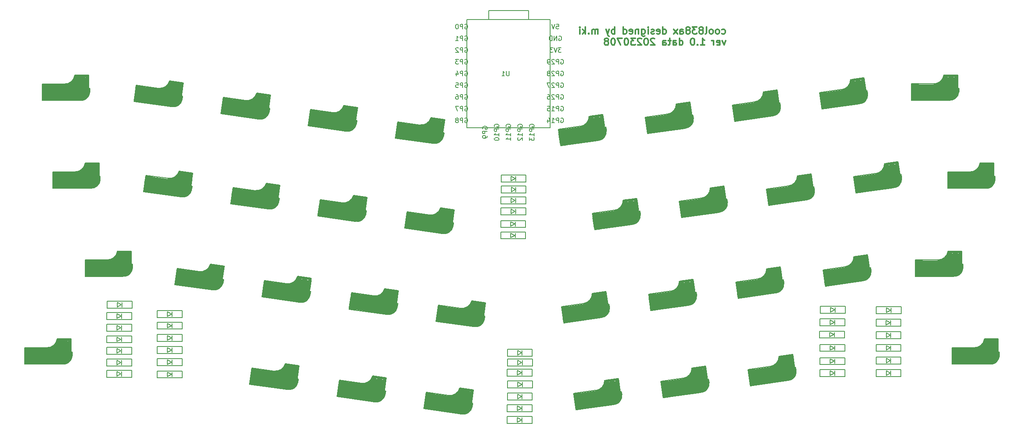
<source format=gbr>
G04 #@! TF.GenerationSoftware,KiCad,Pcbnew,7.0.1-0*
G04 #@! TF.CreationDate,2023-07-08T08:54:48+09:00*
G04 #@! TF.ProjectId,cool838ax,636f6f6c-3833-4386-9178-2e6b69636164,rev?*
G04 #@! TF.SameCoordinates,Original*
G04 #@! TF.FileFunction,Legend,Bot*
G04 #@! TF.FilePolarity,Positive*
%FSLAX46Y46*%
G04 Gerber Fmt 4.6, Leading zero omitted, Abs format (unit mm)*
G04 Created by KiCad (PCBNEW 7.0.1-0) date 2023-07-08 08:54:48*
%MOMM*%
%LPD*%
G01*
G04 APERTURE LIST*
%ADD10C,0.300000*%
%ADD11C,0.150000*%
%ADD12C,0.400000*%
%ADD13C,0.500000*%
%ADD14C,1.000000*%
%ADD15C,3.500000*%
%ADD16C,3.000000*%
%ADD17C,0.800000*%
G04 APERTURE END LIST*
D10*
X-100830000Y119145000D02*
X-100687142Y119073571D01*
X-100687142Y119073571D02*
X-100401428Y119073571D01*
X-100401428Y119073571D02*
X-100258571Y119145000D01*
X-100258571Y119145000D02*
X-100187142Y119216428D01*
X-100187142Y119216428D02*
X-100115714Y119359285D01*
X-100115714Y119359285D02*
X-100115714Y119787857D01*
X-100115714Y119787857D02*
X-100187142Y119930714D01*
X-100187142Y119930714D02*
X-100258571Y120002142D01*
X-100258571Y120002142D02*
X-100401428Y120073571D01*
X-100401428Y120073571D02*
X-100687142Y120073571D01*
X-100687142Y120073571D02*
X-100830000Y120002142D01*
X-101687142Y119073571D02*
X-101544285Y119145000D01*
X-101544285Y119145000D02*
X-101472856Y119216428D01*
X-101472856Y119216428D02*
X-101401428Y119359285D01*
X-101401428Y119359285D02*
X-101401428Y119787857D01*
X-101401428Y119787857D02*
X-101472856Y119930714D01*
X-101472856Y119930714D02*
X-101544285Y120002142D01*
X-101544285Y120002142D02*
X-101687142Y120073571D01*
X-101687142Y120073571D02*
X-101901428Y120073571D01*
X-101901428Y120073571D02*
X-102044285Y120002142D01*
X-102044285Y120002142D02*
X-102115714Y119930714D01*
X-102115714Y119930714D02*
X-102187142Y119787857D01*
X-102187142Y119787857D02*
X-102187142Y119359285D01*
X-102187142Y119359285D02*
X-102115714Y119216428D01*
X-102115714Y119216428D02*
X-102044285Y119145000D01*
X-102044285Y119145000D02*
X-101901428Y119073571D01*
X-101901428Y119073571D02*
X-101687142Y119073571D01*
X-103044285Y119073571D02*
X-102901428Y119145000D01*
X-102901428Y119145000D02*
X-102829999Y119216428D01*
X-102829999Y119216428D02*
X-102758571Y119359285D01*
X-102758571Y119359285D02*
X-102758571Y119787857D01*
X-102758571Y119787857D02*
X-102829999Y119930714D01*
X-102829999Y119930714D02*
X-102901428Y120002142D01*
X-102901428Y120002142D02*
X-103044285Y120073571D01*
X-103044285Y120073571D02*
X-103258571Y120073571D01*
X-103258571Y120073571D02*
X-103401428Y120002142D01*
X-103401428Y120002142D02*
X-103472857Y119930714D01*
X-103472857Y119930714D02*
X-103544285Y119787857D01*
X-103544285Y119787857D02*
X-103544285Y119359285D01*
X-103544285Y119359285D02*
X-103472857Y119216428D01*
X-103472857Y119216428D02*
X-103401428Y119145000D01*
X-103401428Y119145000D02*
X-103258571Y119073571D01*
X-103258571Y119073571D02*
X-103044285Y119073571D01*
X-104401428Y119073571D02*
X-104258571Y119145000D01*
X-104258571Y119145000D02*
X-104187142Y119287857D01*
X-104187142Y119287857D02*
X-104187142Y120573571D01*
X-105187142Y119930714D02*
X-105044285Y120002142D01*
X-105044285Y120002142D02*
X-104972856Y120073571D01*
X-104972856Y120073571D02*
X-104901428Y120216428D01*
X-104901428Y120216428D02*
X-104901428Y120287857D01*
X-104901428Y120287857D02*
X-104972856Y120430714D01*
X-104972856Y120430714D02*
X-105044285Y120502142D01*
X-105044285Y120502142D02*
X-105187142Y120573571D01*
X-105187142Y120573571D02*
X-105472856Y120573571D01*
X-105472856Y120573571D02*
X-105615714Y120502142D01*
X-105615714Y120502142D02*
X-105687142Y120430714D01*
X-105687142Y120430714D02*
X-105758571Y120287857D01*
X-105758571Y120287857D02*
X-105758571Y120216428D01*
X-105758571Y120216428D02*
X-105687142Y120073571D01*
X-105687142Y120073571D02*
X-105615714Y120002142D01*
X-105615714Y120002142D02*
X-105472856Y119930714D01*
X-105472856Y119930714D02*
X-105187142Y119930714D01*
X-105187142Y119930714D02*
X-105044285Y119859285D01*
X-105044285Y119859285D02*
X-104972856Y119787857D01*
X-104972856Y119787857D02*
X-104901428Y119645000D01*
X-104901428Y119645000D02*
X-104901428Y119359285D01*
X-104901428Y119359285D02*
X-104972856Y119216428D01*
X-104972856Y119216428D02*
X-105044285Y119145000D01*
X-105044285Y119145000D02*
X-105187142Y119073571D01*
X-105187142Y119073571D02*
X-105472856Y119073571D01*
X-105472856Y119073571D02*
X-105615714Y119145000D01*
X-105615714Y119145000D02*
X-105687142Y119216428D01*
X-105687142Y119216428D02*
X-105758571Y119359285D01*
X-105758571Y119359285D02*
X-105758571Y119645000D01*
X-105758571Y119645000D02*
X-105687142Y119787857D01*
X-105687142Y119787857D02*
X-105615714Y119859285D01*
X-105615714Y119859285D02*
X-105472856Y119930714D01*
X-106258570Y120573571D02*
X-107187142Y120573571D01*
X-107187142Y120573571D02*
X-106687142Y120002142D01*
X-106687142Y120002142D02*
X-106901427Y120002142D01*
X-106901427Y120002142D02*
X-107044285Y119930714D01*
X-107044285Y119930714D02*
X-107115713Y119859285D01*
X-107115713Y119859285D02*
X-107187142Y119716428D01*
X-107187142Y119716428D02*
X-107187142Y119359285D01*
X-107187142Y119359285D02*
X-107115713Y119216428D01*
X-107115713Y119216428D02*
X-107044285Y119145000D01*
X-107044285Y119145000D02*
X-106901427Y119073571D01*
X-106901427Y119073571D02*
X-106472856Y119073571D01*
X-106472856Y119073571D02*
X-106329999Y119145000D01*
X-106329999Y119145000D02*
X-106258570Y119216428D01*
X-108044284Y119930714D02*
X-107901427Y120002142D01*
X-107901427Y120002142D02*
X-107829998Y120073571D01*
X-107829998Y120073571D02*
X-107758570Y120216428D01*
X-107758570Y120216428D02*
X-107758570Y120287857D01*
X-107758570Y120287857D02*
X-107829998Y120430714D01*
X-107829998Y120430714D02*
X-107901427Y120502142D01*
X-107901427Y120502142D02*
X-108044284Y120573571D01*
X-108044284Y120573571D02*
X-108329998Y120573571D01*
X-108329998Y120573571D02*
X-108472856Y120502142D01*
X-108472856Y120502142D02*
X-108544284Y120430714D01*
X-108544284Y120430714D02*
X-108615713Y120287857D01*
X-108615713Y120287857D02*
X-108615713Y120216428D01*
X-108615713Y120216428D02*
X-108544284Y120073571D01*
X-108544284Y120073571D02*
X-108472856Y120002142D01*
X-108472856Y120002142D02*
X-108329998Y119930714D01*
X-108329998Y119930714D02*
X-108044284Y119930714D01*
X-108044284Y119930714D02*
X-107901427Y119859285D01*
X-107901427Y119859285D02*
X-107829998Y119787857D01*
X-107829998Y119787857D02*
X-107758570Y119645000D01*
X-107758570Y119645000D02*
X-107758570Y119359285D01*
X-107758570Y119359285D02*
X-107829998Y119216428D01*
X-107829998Y119216428D02*
X-107901427Y119145000D01*
X-107901427Y119145000D02*
X-108044284Y119073571D01*
X-108044284Y119073571D02*
X-108329998Y119073571D01*
X-108329998Y119073571D02*
X-108472856Y119145000D01*
X-108472856Y119145000D02*
X-108544284Y119216428D01*
X-108544284Y119216428D02*
X-108615713Y119359285D01*
X-108615713Y119359285D02*
X-108615713Y119645000D01*
X-108615713Y119645000D02*
X-108544284Y119787857D01*
X-108544284Y119787857D02*
X-108472856Y119859285D01*
X-108472856Y119859285D02*
X-108329998Y119930714D01*
X-109901427Y119073571D02*
X-109901427Y119859285D01*
X-109901427Y119859285D02*
X-109829998Y120002142D01*
X-109829998Y120002142D02*
X-109687141Y120073571D01*
X-109687141Y120073571D02*
X-109401427Y120073571D01*
X-109401427Y120073571D02*
X-109258569Y120002142D01*
X-109901427Y119145000D02*
X-109758569Y119073571D01*
X-109758569Y119073571D02*
X-109401427Y119073571D01*
X-109401427Y119073571D02*
X-109258569Y119145000D01*
X-109258569Y119145000D02*
X-109187141Y119287857D01*
X-109187141Y119287857D02*
X-109187141Y119430714D01*
X-109187141Y119430714D02*
X-109258569Y119573571D01*
X-109258569Y119573571D02*
X-109401427Y119645000D01*
X-109401427Y119645000D02*
X-109758569Y119645000D01*
X-109758569Y119645000D02*
X-109901427Y119716428D01*
X-110472855Y119073571D02*
X-111258570Y120073571D01*
X-110472855Y120073571D02*
X-111258570Y119073571D01*
X-113615713Y119073571D02*
X-113615713Y120573571D01*
X-113615713Y119145000D02*
X-113472855Y119073571D01*
X-113472855Y119073571D02*
X-113187141Y119073571D01*
X-113187141Y119073571D02*
X-113044284Y119145000D01*
X-113044284Y119145000D02*
X-112972855Y119216428D01*
X-112972855Y119216428D02*
X-112901427Y119359285D01*
X-112901427Y119359285D02*
X-112901427Y119787857D01*
X-112901427Y119787857D02*
X-112972855Y119930714D01*
X-112972855Y119930714D02*
X-113044284Y120002142D01*
X-113044284Y120002142D02*
X-113187141Y120073571D01*
X-113187141Y120073571D02*
X-113472855Y120073571D01*
X-113472855Y120073571D02*
X-113615713Y120002142D01*
X-114901427Y119145000D02*
X-114758570Y119073571D01*
X-114758570Y119073571D02*
X-114472856Y119073571D01*
X-114472856Y119073571D02*
X-114329998Y119145000D01*
X-114329998Y119145000D02*
X-114258570Y119287857D01*
X-114258570Y119287857D02*
X-114258570Y119859285D01*
X-114258570Y119859285D02*
X-114329998Y120002142D01*
X-114329998Y120002142D02*
X-114472856Y120073571D01*
X-114472856Y120073571D02*
X-114758570Y120073571D01*
X-114758570Y120073571D02*
X-114901427Y120002142D01*
X-114901427Y120002142D02*
X-114972856Y119859285D01*
X-114972856Y119859285D02*
X-114972856Y119716428D01*
X-114972856Y119716428D02*
X-114258570Y119573571D01*
X-115544284Y119145000D02*
X-115687141Y119073571D01*
X-115687141Y119073571D02*
X-115972855Y119073571D01*
X-115972855Y119073571D02*
X-116115712Y119145000D01*
X-116115712Y119145000D02*
X-116187141Y119287857D01*
X-116187141Y119287857D02*
X-116187141Y119359285D01*
X-116187141Y119359285D02*
X-116115712Y119502142D01*
X-116115712Y119502142D02*
X-115972855Y119573571D01*
X-115972855Y119573571D02*
X-115758570Y119573571D01*
X-115758570Y119573571D02*
X-115615712Y119645000D01*
X-115615712Y119645000D02*
X-115544284Y119787857D01*
X-115544284Y119787857D02*
X-115544284Y119859285D01*
X-115544284Y119859285D02*
X-115615712Y120002142D01*
X-115615712Y120002142D02*
X-115758570Y120073571D01*
X-115758570Y120073571D02*
X-115972855Y120073571D01*
X-115972855Y120073571D02*
X-116115712Y120002142D01*
X-116829998Y119073571D02*
X-116829998Y120073571D01*
X-116829998Y120573571D02*
X-116758570Y120502142D01*
X-116758570Y120502142D02*
X-116829998Y120430714D01*
X-116829998Y120430714D02*
X-116901427Y120502142D01*
X-116901427Y120502142D02*
X-116829998Y120573571D01*
X-116829998Y120573571D02*
X-116829998Y120430714D01*
X-118187142Y120073571D02*
X-118187142Y118859285D01*
X-118187142Y118859285D02*
X-118115713Y118716428D01*
X-118115713Y118716428D02*
X-118044284Y118645000D01*
X-118044284Y118645000D02*
X-117901427Y118573571D01*
X-117901427Y118573571D02*
X-117687142Y118573571D01*
X-117687142Y118573571D02*
X-117544284Y118645000D01*
X-118187142Y119145000D02*
X-118044284Y119073571D01*
X-118044284Y119073571D02*
X-117758570Y119073571D01*
X-117758570Y119073571D02*
X-117615713Y119145000D01*
X-117615713Y119145000D02*
X-117544284Y119216428D01*
X-117544284Y119216428D02*
X-117472856Y119359285D01*
X-117472856Y119359285D02*
X-117472856Y119787857D01*
X-117472856Y119787857D02*
X-117544284Y119930714D01*
X-117544284Y119930714D02*
X-117615713Y120002142D01*
X-117615713Y120002142D02*
X-117758570Y120073571D01*
X-117758570Y120073571D02*
X-118044284Y120073571D01*
X-118044284Y120073571D02*
X-118187142Y120002142D01*
X-118901427Y120073571D02*
X-118901427Y119073571D01*
X-118901427Y119930714D02*
X-118972856Y120002142D01*
X-118972856Y120002142D02*
X-119115713Y120073571D01*
X-119115713Y120073571D02*
X-119329999Y120073571D01*
X-119329999Y120073571D02*
X-119472856Y120002142D01*
X-119472856Y120002142D02*
X-119544285Y119859285D01*
X-119544285Y119859285D02*
X-119544285Y119073571D01*
X-120829999Y119145000D02*
X-120687142Y119073571D01*
X-120687142Y119073571D02*
X-120401428Y119073571D01*
X-120401428Y119073571D02*
X-120258570Y119145000D01*
X-120258570Y119145000D02*
X-120187142Y119287857D01*
X-120187142Y119287857D02*
X-120187142Y119859285D01*
X-120187142Y119859285D02*
X-120258570Y120002142D01*
X-120258570Y120002142D02*
X-120401428Y120073571D01*
X-120401428Y120073571D02*
X-120687142Y120073571D01*
X-120687142Y120073571D02*
X-120829999Y120002142D01*
X-120829999Y120002142D02*
X-120901428Y119859285D01*
X-120901428Y119859285D02*
X-120901428Y119716428D01*
X-120901428Y119716428D02*
X-120187142Y119573571D01*
X-122187142Y119073571D02*
X-122187142Y120573571D01*
X-122187142Y119145000D02*
X-122044284Y119073571D01*
X-122044284Y119073571D02*
X-121758570Y119073571D01*
X-121758570Y119073571D02*
X-121615713Y119145000D01*
X-121615713Y119145000D02*
X-121544284Y119216428D01*
X-121544284Y119216428D02*
X-121472856Y119359285D01*
X-121472856Y119359285D02*
X-121472856Y119787857D01*
X-121472856Y119787857D02*
X-121544284Y119930714D01*
X-121544284Y119930714D02*
X-121615713Y120002142D01*
X-121615713Y120002142D02*
X-121758570Y120073571D01*
X-121758570Y120073571D02*
X-122044284Y120073571D01*
X-122044284Y120073571D02*
X-122187142Y120002142D01*
X-124044284Y119073571D02*
X-124044284Y120573571D01*
X-124044284Y120002142D02*
X-124187142Y120073571D01*
X-124187142Y120073571D02*
X-124472856Y120073571D01*
X-124472856Y120073571D02*
X-124615713Y120002142D01*
X-124615713Y120002142D02*
X-124687142Y119930714D01*
X-124687142Y119930714D02*
X-124758570Y119787857D01*
X-124758570Y119787857D02*
X-124758570Y119359285D01*
X-124758570Y119359285D02*
X-124687142Y119216428D01*
X-124687142Y119216428D02*
X-124615713Y119145000D01*
X-124615713Y119145000D02*
X-124472856Y119073571D01*
X-124472856Y119073571D02*
X-124187142Y119073571D01*
X-124187142Y119073571D02*
X-124044284Y119145000D01*
X-125258570Y120073571D02*
X-125615713Y119073571D01*
X-125972856Y120073571D02*
X-125615713Y119073571D01*
X-125615713Y119073571D02*
X-125472856Y118716428D01*
X-125472856Y118716428D02*
X-125401427Y118645000D01*
X-125401427Y118645000D02*
X-125258570Y118573571D01*
X-127687141Y119073571D02*
X-127687141Y120073571D01*
X-127687141Y119930714D02*
X-127758570Y120002142D01*
X-127758570Y120002142D02*
X-127901427Y120073571D01*
X-127901427Y120073571D02*
X-128115713Y120073571D01*
X-128115713Y120073571D02*
X-128258570Y120002142D01*
X-128258570Y120002142D02*
X-128329999Y119859285D01*
X-128329999Y119859285D02*
X-128329999Y119073571D01*
X-128329999Y119859285D02*
X-128401427Y120002142D01*
X-128401427Y120002142D02*
X-128544284Y120073571D01*
X-128544284Y120073571D02*
X-128758570Y120073571D01*
X-128758570Y120073571D02*
X-128901427Y120002142D01*
X-128901427Y120002142D02*
X-128972856Y119859285D01*
X-128972856Y119859285D02*
X-128972856Y119073571D01*
X-129687141Y119216428D02*
X-129758570Y119145000D01*
X-129758570Y119145000D02*
X-129687141Y119073571D01*
X-129687141Y119073571D02*
X-129615713Y119145000D01*
X-129615713Y119145000D02*
X-129687141Y119216428D01*
X-129687141Y119216428D02*
X-129687141Y119073571D01*
X-130401427Y119073571D02*
X-130401427Y120573571D01*
X-130544285Y119645000D02*
X-130972856Y119073571D01*
X-130972856Y120073571D02*
X-130401427Y119502142D01*
X-131615713Y119073571D02*
X-131615713Y120073571D01*
X-131615713Y120573571D02*
X-131544285Y120502142D01*
X-131544285Y120502142D02*
X-131615713Y120430714D01*
X-131615713Y120430714D02*
X-131687142Y120502142D01*
X-131687142Y120502142D02*
X-131615713Y120573571D01*
X-131615713Y120573571D02*
X-131615713Y120430714D01*
X-100044285Y117643571D02*
X-100401428Y116643571D01*
X-100401428Y116643571D02*
X-100758571Y117643571D01*
X-101901428Y116715000D02*
X-101758571Y116643571D01*
X-101758571Y116643571D02*
X-101472857Y116643571D01*
X-101472857Y116643571D02*
X-101329999Y116715000D01*
X-101329999Y116715000D02*
X-101258571Y116857857D01*
X-101258571Y116857857D02*
X-101258571Y117429285D01*
X-101258571Y117429285D02*
X-101329999Y117572142D01*
X-101329999Y117572142D02*
X-101472857Y117643571D01*
X-101472857Y117643571D02*
X-101758571Y117643571D01*
X-101758571Y117643571D02*
X-101901428Y117572142D01*
X-101901428Y117572142D02*
X-101972857Y117429285D01*
X-101972857Y117429285D02*
X-101972857Y117286428D01*
X-101972857Y117286428D02*
X-101258571Y117143571D01*
X-102615713Y116643571D02*
X-102615713Y117643571D01*
X-102615713Y117357857D02*
X-102687142Y117500714D01*
X-102687142Y117500714D02*
X-102758571Y117572142D01*
X-102758571Y117572142D02*
X-102901428Y117643571D01*
X-102901428Y117643571D02*
X-103044285Y117643571D01*
X-105472856Y116643571D02*
X-104615713Y116643571D01*
X-105044284Y116643571D02*
X-105044284Y118143571D01*
X-105044284Y118143571D02*
X-104901427Y117929285D01*
X-104901427Y117929285D02*
X-104758570Y117786428D01*
X-104758570Y117786428D02*
X-104615713Y117715000D01*
X-106115712Y116786428D02*
X-106187141Y116715000D01*
X-106187141Y116715000D02*
X-106115712Y116643571D01*
X-106115712Y116643571D02*
X-106044284Y116715000D01*
X-106044284Y116715000D02*
X-106115712Y116786428D01*
X-106115712Y116786428D02*
X-106115712Y116643571D01*
X-107115713Y118143571D02*
X-107258570Y118143571D01*
X-107258570Y118143571D02*
X-107401427Y118072142D01*
X-107401427Y118072142D02*
X-107472856Y118000714D01*
X-107472856Y118000714D02*
X-107544284Y117857857D01*
X-107544284Y117857857D02*
X-107615713Y117572142D01*
X-107615713Y117572142D02*
X-107615713Y117215000D01*
X-107615713Y117215000D02*
X-107544284Y116929285D01*
X-107544284Y116929285D02*
X-107472856Y116786428D01*
X-107472856Y116786428D02*
X-107401427Y116715000D01*
X-107401427Y116715000D02*
X-107258570Y116643571D01*
X-107258570Y116643571D02*
X-107115713Y116643571D01*
X-107115713Y116643571D02*
X-106972856Y116715000D01*
X-106972856Y116715000D02*
X-106901427Y116786428D01*
X-106901427Y116786428D02*
X-106829998Y116929285D01*
X-106829998Y116929285D02*
X-106758570Y117215000D01*
X-106758570Y117215000D02*
X-106758570Y117572142D01*
X-106758570Y117572142D02*
X-106829998Y117857857D01*
X-106829998Y117857857D02*
X-106901427Y118000714D01*
X-106901427Y118000714D02*
X-106972856Y118072142D01*
X-106972856Y118072142D02*
X-107115713Y118143571D01*
X-110044284Y116643571D02*
X-110044284Y118143571D01*
X-110044284Y116715000D02*
X-109901426Y116643571D01*
X-109901426Y116643571D02*
X-109615712Y116643571D01*
X-109615712Y116643571D02*
X-109472855Y116715000D01*
X-109472855Y116715000D02*
X-109401426Y116786428D01*
X-109401426Y116786428D02*
X-109329998Y116929285D01*
X-109329998Y116929285D02*
X-109329998Y117357857D01*
X-109329998Y117357857D02*
X-109401426Y117500714D01*
X-109401426Y117500714D02*
X-109472855Y117572142D01*
X-109472855Y117572142D02*
X-109615712Y117643571D01*
X-109615712Y117643571D02*
X-109901426Y117643571D01*
X-109901426Y117643571D02*
X-110044284Y117572142D01*
X-111401427Y116643571D02*
X-111401427Y117429285D01*
X-111401427Y117429285D02*
X-111329998Y117572142D01*
X-111329998Y117572142D02*
X-111187141Y117643571D01*
X-111187141Y117643571D02*
X-110901427Y117643571D01*
X-110901427Y117643571D02*
X-110758569Y117572142D01*
X-111401427Y116715000D02*
X-111258569Y116643571D01*
X-111258569Y116643571D02*
X-110901427Y116643571D01*
X-110901427Y116643571D02*
X-110758569Y116715000D01*
X-110758569Y116715000D02*
X-110687141Y116857857D01*
X-110687141Y116857857D02*
X-110687141Y117000714D01*
X-110687141Y117000714D02*
X-110758569Y117143571D01*
X-110758569Y117143571D02*
X-110901427Y117215000D01*
X-110901427Y117215000D02*
X-111258569Y117215000D01*
X-111258569Y117215000D02*
X-111401427Y117286428D01*
X-111901427Y117643571D02*
X-112472855Y117643571D01*
X-112115712Y118143571D02*
X-112115712Y116857857D01*
X-112115712Y116857857D02*
X-112187141Y116715000D01*
X-112187141Y116715000D02*
X-112329998Y116643571D01*
X-112329998Y116643571D02*
X-112472855Y116643571D01*
X-113615713Y116643571D02*
X-113615713Y117429285D01*
X-113615713Y117429285D02*
X-113544284Y117572142D01*
X-113544284Y117572142D02*
X-113401427Y117643571D01*
X-113401427Y117643571D02*
X-113115713Y117643571D01*
X-113115713Y117643571D02*
X-112972855Y117572142D01*
X-113615713Y116715000D02*
X-113472855Y116643571D01*
X-113472855Y116643571D02*
X-113115713Y116643571D01*
X-113115713Y116643571D02*
X-112972855Y116715000D01*
X-112972855Y116715000D02*
X-112901427Y116857857D01*
X-112901427Y116857857D02*
X-112901427Y117000714D01*
X-112901427Y117000714D02*
X-112972855Y117143571D01*
X-112972855Y117143571D02*
X-113115713Y117215000D01*
X-113115713Y117215000D02*
X-113472855Y117215000D01*
X-113472855Y117215000D02*
X-113615713Y117286428D01*
X-115401427Y118000714D02*
X-115472855Y118072142D01*
X-115472855Y118072142D02*
X-115615713Y118143571D01*
X-115615713Y118143571D02*
X-115972855Y118143571D01*
X-115972855Y118143571D02*
X-116115713Y118072142D01*
X-116115713Y118072142D02*
X-116187141Y118000714D01*
X-116187141Y118000714D02*
X-116258570Y117857857D01*
X-116258570Y117857857D02*
X-116258570Y117715000D01*
X-116258570Y117715000D02*
X-116187141Y117500714D01*
X-116187141Y117500714D02*
X-115329998Y116643571D01*
X-115329998Y116643571D02*
X-116258570Y116643571D01*
X-117187141Y118143571D02*
X-117329998Y118143571D01*
X-117329998Y118143571D02*
X-117472855Y118072142D01*
X-117472855Y118072142D02*
X-117544284Y118000714D01*
X-117544284Y118000714D02*
X-117615712Y117857857D01*
X-117615712Y117857857D02*
X-117687141Y117572142D01*
X-117687141Y117572142D02*
X-117687141Y117215000D01*
X-117687141Y117215000D02*
X-117615712Y116929285D01*
X-117615712Y116929285D02*
X-117544284Y116786428D01*
X-117544284Y116786428D02*
X-117472855Y116715000D01*
X-117472855Y116715000D02*
X-117329998Y116643571D01*
X-117329998Y116643571D02*
X-117187141Y116643571D01*
X-117187141Y116643571D02*
X-117044284Y116715000D01*
X-117044284Y116715000D02*
X-116972855Y116786428D01*
X-116972855Y116786428D02*
X-116901426Y116929285D01*
X-116901426Y116929285D02*
X-116829998Y117215000D01*
X-116829998Y117215000D02*
X-116829998Y117572142D01*
X-116829998Y117572142D02*
X-116901426Y117857857D01*
X-116901426Y117857857D02*
X-116972855Y118000714D01*
X-116972855Y118000714D02*
X-117044284Y118072142D01*
X-117044284Y118072142D02*
X-117187141Y118143571D01*
X-118258569Y118000714D02*
X-118329997Y118072142D01*
X-118329997Y118072142D02*
X-118472855Y118143571D01*
X-118472855Y118143571D02*
X-118829997Y118143571D01*
X-118829997Y118143571D02*
X-118972855Y118072142D01*
X-118972855Y118072142D02*
X-119044283Y118000714D01*
X-119044283Y118000714D02*
X-119115712Y117857857D01*
X-119115712Y117857857D02*
X-119115712Y117715000D01*
X-119115712Y117715000D02*
X-119044283Y117500714D01*
X-119044283Y117500714D02*
X-118187140Y116643571D01*
X-118187140Y116643571D02*
X-119115712Y116643571D01*
X-119615711Y118143571D02*
X-120544283Y118143571D01*
X-120544283Y118143571D02*
X-120044283Y117572142D01*
X-120044283Y117572142D02*
X-120258568Y117572142D01*
X-120258568Y117572142D02*
X-120401426Y117500714D01*
X-120401426Y117500714D02*
X-120472854Y117429285D01*
X-120472854Y117429285D02*
X-120544283Y117286428D01*
X-120544283Y117286428D02*
X-120544283Y116929285D01*
X-120544283Y116929285D02*
X-120472854Y116786428D01*
X-120472854Y116786428D02*
X-120401426Y116715000D01*
X-120401426Y116715000D02*
X-120258568Y116643571D01*
X-120258568Y116643571D02*
X-119829997Y116643571D01*
X-119829997Y116643571D02*
X-119687140Y116715000D01*
X-119687140Y116715000D02*
X-119615711Y116786428D01*
X-121472854Y118143571D02*
X-121615711Y118143571D01*
X-121615711Y118143571D02*
X-121758568Y118072142D01*
X-121758568Y118072142D02*
X-121829997Y118000714D01*
X-121829997Y118000714D02*
X-121901425Y117857857D01*
X-121901425Y117857857D02*
X-121972854Y117572142D01*
X-121972854Y117572142D02*
X-121972854Y117215000D01*
X-121972854Y117215000D02*
X-121901425Y116929285D01*
X-121901425Y116929285D02*
X-121829997Y116786428D01*
X-121829997Y116786428D02*
X-121758568Y116715000D01*
X-121758568Y116715000D02*
X-121615711Y116643571D01*
X-121615711Y116643571D02*
X-121472854Y116643571D01*
X-121472854Y116643571D02*
X-121329997Y116715000D01*
X-121329997Y116715000D02*
X-121258568Y116786428D01*
X-121258568Y116786428D02*
X-121187139Y116929285D01*
X-121187139Y116929285D02*
X-121115711Y117215000D01*
X-121115711Y117215000D02*
X-121115711Y117572142D01*
X-121115711Y117572142D02*
X-121187139Y117857857D01*
X-121187139Y117857857D02*
X-121258568Y118000714D01*
X-121258568Y118000714D02*
X-121329997Y118072142D01*
X-121329997Y118072142D02*
X-121472854Y118143571D01*
X-122472853Y118143571D02*
X-123472853Y118143571D01*
X-123472853Y118143571D02*
X-122829996Y116643571D01*
X-124329996Y118143571D02*
X-124472853Y118143571D01*
X-124472853Y118143571D02*
X-124615710Y118072142D01*
X-124615710Y118072142D02*
X-124687139Y118000714D01*
X-124687139Y118000714D02*
X-124758567Y117857857D01*
X-124758567Y117857857D02*
X-124829996Y117572142D01*
X-124829996Y117572142D02*
X-124829996Y117215000D01*
X-124829996Y117215000D02*
X-124758567Y116929285D01*
X-124758567Y116929285D02*
X-124687139Y116786428D01*
X-124687139Y116786428D02*
X-124615710Y116715000D01*
X-124615710Y116715000D02*
X-124472853Y116643571D01*
X-124472853Y116643571D02*
X-124329996Y116643571D01*
X-124329996Y116643571D02*
X-124187139Y116715000D01*
X-124187139Y116715000D02*
X-124115710Y116786428D01*
X-124115710Y116786428D02*
X-124044281Y116929285D01*
X-124044281Y116929285D02*
X-123972853Y117215000D01*
X-123972853Y117215000D02*
X-123972853Y117572142D01*
X-123972853Y117572142D02*
X-124044281Y117857857D01*
X-124044281Y117857857D02*
X-124115710Y118000714D01*
X-124115710Y118000714D02*
X-124187139Y118072142D01*
X-124187139Y118072142D02*
X-124329996Y118143571D01*
X-125687138Y117500714D02*
X-125544281Y117572142D01*
X-125544281Y117572142D02*
X-125472852Y117643571D01*
X-125472852Y117643571D02*
X-125401424Y117786428D01*
X-125401424Y117786428D02*
X-125401424Y117857857D01*
X-125401424Y117857857D02*
X-125472852Y118000714D01*
X-125472852Y118000714D02*
X-125544281Y118072142D01*
X-125544281Y118072142D02*
X-125687138Y118143571D01*
X-125687138Y118143571D02*
X-125972852Y118143571D01*
X-125972852Y118143571D02*
X-126115710Y118072142D01*
X-126115710Y118072142D02*
X-126187138Y118000714D01*
X-126187138Y118000714D02*
X-126258567Y117857857D01*
X-126258567Y117857857D02*
X-126258567Y117786428D01*
X-126258567Y117786428D02*
X-126187138Y117643571D01*
X-126187138Y117643571D02*
X-126115710Y117572142D01*
X-126115710Y117572142D02*
X-125972852Y117500714D01*
X-125972852Y117500714D02*
X-125687138Y117500714D01*
X-125687138Y117500714D02*
X-125544281Y117429285D01*
X-125544281Y117429285D02*
X-125472852Y117357857D01*
X-125472852Y117357857D02*
X-125401424Y117215000D01*
X-125401424Y117215000D02*
X-125401424Y116929285D01*
X-125401424Y116929285D02*
X-125472852Y116786428D01*
X-125472852Y116786428D02*
X-125544281Y116715000D01*
X-125544281Y116715000D02*
X-125687138Y116643571D01*
X-125687138Y116643571D02*
X-125972852Y116643571D01*
X-125972852Y116643571D02*
X-126115710Y116715000D01*
X-126115710Y116715000D02*
X-126187138Y116786428D01*
X-126187138Y116786428D02*
X-126258567Y116929285D01*
X-126258567Y116929285D02*
X-126258567Y117215000D01*
X-126258567Y117215000D02*
X-126187138Y117357857D01*
X-126187138Y117357857D02*
X-126115710Y117429285D01*
X-126115710Y117429285D02*
X-125972852Y117500714D01*
D11*
X-146921570Y110993646D02*
X-146921570Y110184123D01*
X-146921570Y110184123D02*
X-146969189Y110088885D01*
X-146969189Y110088885D02*
X-147016808Y110041266D01*
X-147016808Y110041266D02*
X-147112046Y109993646D01*
X-147112046Y109993646D02*
X-147302522Y109993646D01*
X-147302522Y109993646D02*
X-147397760Y110041266D01*
X-147397760Y110041266D02*
X-147445379Y110088885D01*
X-147445379Y110088885D02*
X-147492998Y110184123D01*
X-147492998Y110184123D02*
X-147492998Y110993646D01*
X-148492998Y109993646D02*
X-147921570Y109993646D01*
X-148207284Y109993646D02*
X-148207284Y110993646D01*
X-148207284Y110993646D02*
X-148112046Y110850789D01*
X-148112046Y110850789D02*
X-148016808Y110755551D01*
X-148016808Y110755551D02*
X-147921570Y110707932D01*
X-156489189Y116036027D02*
X-156393951Y116083646D01*
X-156393951Y116083646D02*
X-156251094Y116083646D01*
X-156251094Y116083646D02*
X-156108237Y116036027D01*
X-156108237Y116036027D02*
X-156012999Y115940789D01*
X-156012999Y115940789D02*
X-155965380Y115845551D01*
X-155965380Y115845551D02*
X-155917761Y115655075D01*
X-155917761Y115655075D02*
X-155917761Y115512218D01*
X-155917761Y115512218D02*
X-155965380Y115321742D01*
X-155965380Y115321742D02*
X-156012999Y115226504D01*
X-156012999Y115226504D02*
X-156108237Y115131266D01*
X-156108237Y115131266D02*
X-156251094Y115083646D01*
X-156251094Y115083646D02*
X-156346332Y115083646D01*
X-156346332Y115083646D02*
X-156489189Y115131266D01*
X-156489189Y115131266D02*
X-156536808Y115178885D01*
X-156536808Y115178885D02*
X-156536808Y115512218D01*
X-156536808Y115512218D02*
X-156346332Y115512218D01*
X-156965380Y115083646D02*
X-156965380Y116083646D01*
X-156965380Y116083646D02*
X-157346332Y116083646D01*
X-157346332Y116083646D02*
X-157441570Y116036027D01*
X-157441570Y116036027D02*
X-157489189Y115988408D01*
X-157489189Y115988408D02*
X-157536808Y115893170D01*
X-157536808Y115893170D02*
X-157536808Y115750313D01*
X-157536808Y115750313D02*
X-157489189Y115655075D01*
X-157489189Y115655075D02*
X-157441570Y115607456D01*
X-157441570Y115607456D02*
X-157346332Y115559837D01*
X-157346332Y115559837D02*
X-156965380Y115559837D01*
X-157917761Y115988408D02*
X-157965380Y116036027D01*
X-157965380Y116036027D02*
X-158060618Y116083646D01*
X-158060618Y116083646D02*
X-158298713Y116083646D01*
X-158298713Y116083646D02*
X-158393951Y116036027D01*
X-158393951Y116036027D02*
X-158441570Y115988408D01*
X-158441570Y115988408D02*
X-158489189Y115893170D01*
X-158489189Y115893170D02*
X-158489189Y115797932D01*
X-158489189Y115797932D02*
X-158441570Y115655075D01*
X-158441570Y115655075D02*
X-157870142Y115083646D01*
X-157870142Y115083646D02*
X-158489189Y115083646D01*
X-135645380Y116083646D02*
X-136264427Y116083646D01*
X-136264427Y116083646D02*
X-135931094Y115702694D01*
X-135931094Y115702694D02*
X-136073951Y115702694D01*
X-136073951Y115702694D02*
X-136169189Y115655075D01*
X-136169189Y115655075D02*
X-136216808Y115607456D01*
X-136216808Y115607456D02*
X-136264427Y115512218D01*
X-136264427Y115512218D02*
X-136264427Y115274123D01*
X-136264427Y115274123D02*
X-136216808Y115178885D01*
X-136216808Y115178885D02*
X-136169189Y115131266D01*
X-136169189Y115131266D02*
X-136073951Y115083646D01*
X-136073951Y115083646D02*
X-135788237Y115083646D01*
X-135788237Y115083646D02*
X-135692999Y115131266D01*
X-135692999Y115131266D02*
X-135645380Y115178885D01*
X-136550142Y116083646D02*
X-136883475Y115083646D01*
X-136883475Y115083646D02*
X-137216808Y116083646D01*
X-137454904Y116083646D02*
X-138073951Y116083646D01*
X-138073951Y116083646D02*
X-137740618Y115702694D01*
X-137740618Y115702694D02*
X-137883475Y115702694D01*
X-137883475Y115702694D02*
X-137978713Y115655075D01*
X-137978713Y115655075D02*
X-138026332Y115607456D01*
X-138026332Y115607456D02*
X-138073951Y115512218D01*
X-138073951Y115512218D02*
X-138073951Y115274123D01*
X-138073951Y115274123D02*
X-138026332Y115178885D01*
X-138026332Y115178885D02*
X-137978713Y115131266D01*
X-137978713Y115131266D02*
X-137883475Y115083646D01*
X-137883475Y115083646D02*
X-137597761Y115083646D01*
X-137597761Y115083646D02*
X-137502523Y115131266D01*
X-137502523Y115131266D02*
X-137454904Y115178885D01*
X-156489189Y118576027D02*
X-156393951Y118623646D01*
X-156393951Y118623646D02*
X-156251094Y118623646D01*
X-156251094Y118623646D02*
X-156108237Y118576027D01*
X-156108237Y118576027D02*
X-156012999Y118480789D01*
X-156012999Y118480789D02*
X-155965380Y118385551D01*
X-155965380Y118385551D02*
X-155917761Y118195075D01*
X-155917761Y118195075D02*
X-155917761Y118052218D01*
X-155917761Y118052218D02*
X-155965380Y117861742D01*
X-155965380Y117861742D02*
X-156012999Y117766504D01*
X-156012999Y117766504D02*
X-156108237Y117671266D01*
X-156108237Y117671266D02*
X-156251094Y117623646D01*
X-156251094Y117623646D02*
X-156346332Y117623646D01*
X-156346332Y117623646D02*
X-156489189Y117671266D01*
X-156489189Y117671266D02*
X-156536808Y117718885D01*
X-156536808Y117718885D02*
X-156536808Y118052218D01*
X-156536808Y118052218D02*
X-156346332Y118052218D01*
X-156965380Y117623646D02*
X-156965380Y118623646D01*
X-156965380Y118623646D02*
X-157346332Y118623646D01*
X-157346332Y118623646D02*
X-157441570Y118576027D01*
X-157441570Y118576027D02*
X-157489189Y118528408D01*
X-157489189Y118528408D02*
X-157536808Y118433170D01*
X-157536808Y118433170D02*
X-157536808Y118290313D01*
X-157536808Y118290313D02*
X-157489189Y118195075D01*
X-157489189Y118195075D02*
X-157441570Y118147456D01*
X-157441570Y118147456D02*
X-157346332Y118099837D01*
X-157346332Y118099837D02*
X-156965380Y118099837D01*
X-158489189Y117623646D02*
X-157917761Y117623646D01*
X-158203475Y117623646D02*
X-158203475Y118623646D01*
X-158203475Y118623646D02*
X-158108237Y118480789D01*
X-158108237Y118480789D02*
X-158012999Y118385551D01*
X-158012999Y118385551D02*
X-157917761Y118337932D01*
X-135692998Y113496027D02*
X-135597760Y113543646D01*
X-135597760Y113543646D02*
X-135454903Y113543646D01*
X-135454903Y113543646D02*
X-135312046Y113496027D01*
X-135312046Y113496027D02*
X-135216808Y113400789D01*
X-135216808Y113400789D02*
X-135169189Y113305551D01*
X-135169189Y113305551D02*
X-135121570Y113115075D01*
X-135121570Y113115075D02*
X-135121570Y112972218D01*
X-135121570Y112972218D02*
X-135169189Y112781742D01*
X-135169189Y112781742D02*
X-135216808Y112686504D01*
X-135216808Y112686504D02*
X-135312046Y112591266D01*
X-135312046Y112591266D02*
X-135454903Y112543646D01*
X-135454903Y112543646D02*
X-135550141Y112543646D01*
X-135550141Y112543646D02*
X-135692998Y112591266D01*
X-135692998Y112591266D02*
X-135740617Y112638885D01*
X-135740617Y112638885D02*
X-135740617Y112972218D01*
X-135740617Y112972218D02*
X-135550141Y112972218D01*
X-136169189Y112543646D02*
X-136169189Y113543646D01*
X-136169189Y113543646D02*
X-136550141Y113543646D01*
X-136550141Y113543646D02*
X-136645379Y113496027D01*
X-136645379Y113496027D02*
X-136692998Y113448408D01*
X-136692998Y113448408D02*
X-136740617Y113353170D01*
X-136740617Y113353170D02*
X-136740617Y113210313D01*
X-136740617Y113210313D02*
X-136692998Y113115075D01*
X-136692998Y113115075D02*
X-136645379Y113067456D01*
X-136645379Y113067456D02*
X-136550141Y113019837D01*
X-136550141Y113019837D02*
X-136169189Y113019837D01*
X-137121570Y113448408D02*
X-137169189Y113496027D01*
X-137169189Y113496027D02*
X-137264427Y113543646D01*
X-137264427Y113543646D02*
X-137502522Y113543646D01*
X-137502522Y113543646D02*
X-137597760Y113496027D01*
X-137597760Y113496027D02*
X-137645379Y113448408D01*
X-137645379Y113448408D02*
X-137692998Y113353170D01*
X-137692998Y113353170D02*
X-137692998Y113257932D01*
X-137692998Y113257932D02*
X-137645379Y113115075D01*
X-137645379Y113115075D02*
X-137073951Y112543646D01*
X-137073951Y112543646D02*
X-137692998Y112543646D01*
X-138169189Y112543646D02*
X-138359665Y112543646D01*
X-138359665Y112543646D02*
X-138454903Y112591266D01*
X-138454903Y112591266D02*
X-138502522Y112638885D01*
X-138502522Y112638885D02*
X-138597760Y112781742D01*
X-138597760Y112781742D02*
X-138645379Y112972218D01*
X-138645379Y112972218D02*
X-138645379Y113353170D01*
X-138645379Y113353170D02*
X-138597760Y113448408D01*
X-138597760Y113448408D02*
X-138550141Y113496027D01*
X-138550141Y113496027D02*
X-138454903Y113543646D01*
X-138454903Y113543646D02*
X-138264427Y113543646D01*
X-138264427Y113543646D02*
X-138169189Y113496027D01*
X-138169189Y113496027D02*
X-138121570Y113448408D01*
X-138121570Y113448408D02*
X-138073951Y113353170D01*
X-138073951Y113353170D02*
X-138073951Y113115075D01*
X-138073951Y113115075D02*
X-138121570Y113019837D01*
X-138121570Y113019837D02*
X-138169189Y112972218D01*
X-138169189Y112972218D02*
X-138264427Y112924599D01*
X-138264427Y112924599D02*
X-138454903Y112924599D01*
X-138454903Y112924599D02*
X-138550141Y112972218D01*
X-138550141Y112972218D02*
X-138597760Y113019837D01*
X-138597760Y113019837D02*
X-138645379Y113115075D01*
X-135692998Y110956027D02*
X-135597760Y111003646D01*
X-135597760Y111003646D02*
X-135454903Y111003646D01*
X-135454903Y111003646D02*
X-135312046Y110956027D01*
X-135312046Y110956027D02*
X-135216808Y110860789D01*
X-135216808Y110860789D02*
X-135169189Y110765551D01*
X-135169189Y110765551D02*
X-135121570Y110575075D01*
X-135121570Y110575075D02*
X-135121570Y110432218D01*
X-135121570Y110432218D02*
X-135169189Y110241742D01*
X-135169189Y110241742D02*
X-135216808Y110146504D01*
X-135216808Y110146504D02*
X-135312046Y110051266D01*
X-135312046Y110051266D02*
X-135454903Y110003646D01*
X-135454903Y110003646D02*
X-135550141Y110003646D01*
X-135550141Y110003646D02*
X-135692998Y110051266D01*
X-135692998Y110051266D02*
X-135740617Y110098885D01*
X-135740617Y110098885D02*
X-135740617Y110432218D01*
X-135740617Y110432218D02*
X-135550141Y110432218D01*
X-136169189Y110003646D02*
X-136169189Y111003646D01*
X-136169189Y111003646D02*
X-136550141Y111003646D01*
X-136550141Y111003646D02*
X-136645379Y110956027D01*
X-136645379Y110956027D02*
X-136692998Y110908408D01*
X-136692998Y110908408D02*
X-136740617Y110813170D01*
X-136740617Y110813170D02*
X-136740617Y110670313D01*
X-136740617Y110670313D02*
X-136692998Y110575075D01*
X-136692998Y110575075D02*
X-136645379Y110527456D01*
X-136645379Y110527456D02*
X-136550141Y110479837D01*
X-136550141Y110479837D02*
X-136169189Y110479837D01*
X-137121570Y110908408D02*
X-137169189Y110956027D01*
X-137169189Y110956027D02*
X-137264427Y111003646D01*
X-137264427Y111003646D02*
X-137502522Y111003646D01*
X-137502522Y111003646D02*
X-137597760Y110956027D01*
X-137597760Y110956027D02*
X-137645379Y110908408D01*
X-137645379Y110908408D02*
X-137692998Y110813170D01*
X-137692998Y110813170D02*
X-137692998Y110717932D01*
X-137692998Y110717932D02*
X-137645379Y110575075D01*
X-137645379Y110575075D02*
X-137073951Y110003646D01*
X-137073951Y110003646D02*
X-137692998Y110003646D01*
X-138264427Y110575075D02*
X-138169189Y110622694D01*
X-138169189Y110622694D02*
X-138121570Y110670313D01*
X-138121570Y110670313D02*
X-138073951Y110765551D01*
X-138073951Y110765551D02*
X-138073951Y110813170D01*
X-138073951Y110813170D02*
X-138121570Y110908408D01*
X-138121570Y110908408D02*
X-138169189Y110956027D01*
X-138169189Y110956027D02*
X-138264427Y111003646D01*
X-138264427Y111003646D02*
X-138454903Y111003646D01*
X-138454903Y111003646D02*
X-138550141Y110956027D01*
X-138550141Y110956027D02*
X-138597760Y110908408D01*
X-138597760Y110908408D02*
X-138645379Y110813170D01*
X-138645379Y110813170D02*
X-138645379Y110765551D01*
X-138645379Y110765551D02*
X-138597760Y110670313D01*
X-138597760Y110670313D02*
X-138550141Y110622694D01*
X-138550141Y110622694D02*
X-138454903Y110575075D01*
X-138454903Y110575075D02*
X-138264427Y110575075D01*
X-138264427Y110575075D02*
X-138169189Y110527456D01*
X-138169189Y110527456D02*
X-138121570Y110479837D01*
X-138121570Y110479837D02*
X-138073951Y110384599D01*
X-138073951Y110384599D02*
X-138073951Y110194123D01*
X-138073951Y110194123D02*
X-138121570Y110098885D01*
X-138121570Y110098885D02*
X-138169189Y110051266D01*
X-138169189Y110051266D02*
X-138264427Y110003646D01*
X-138264427Y110003646D02*
X-138454903Y110003646D01*
X-138454903Y110003646D02*
X-138550141Y110051266D01*
X-138550141Y110051266D02*
X-138597760Y110098885D01*
X-138597760Y110098885D02*
X-138645379Y110194123D01*
X-138645379Y110194123D02*
X-138645379Y110384599D01*
X-138645379Y110384599D02*
X-138597760Y110479837D01*
X-138597760Y110479837D02*
X-138550141Y110527456D01*
X-138550141Y110527456D02*
X-138454903Y110575075D01*
X-136121570Y118576027D02*
X-136026332Y118623646D01*
X-136026332Y118623646D02*
X-135883475Y118623646D01*
X-135883475Y118623646D02*
X-135740618Y118576027D01*
X-135740618Y118576027D02*
X-135645380Y118480789D01*
X-135645380Y118480789D02*
X-135597761Y118385551D01*
X-135597761Y118385551D02*
X-135550142Y118195075D01*
X-135550142Y118195075D02*
X-135550142Y118052218D01*
X-135550142Y118052218D02*
X-135597761Y117861742D01*
X-135597761Y117861742D02*
X-135645380Y117766504D01*
X-135645380Y117766504D02*
X-135740618Y117671266D01*
X-135740618Y117671266D02*
X-135883475Y117623646D01*
X-135883475Y117623646D02*
X-135978713Y117623646D01*
X-135978713Y117623646D02*
X-136121570Y117671266D01*
X-136121570Y117671266D02*
X-136169189Y117718885D01*
X-136169189Y117718885D02*
X-136169189Y118052218D01*
X-136169189Y118052218D02*
X-135978713Y118052218D01*
X-136597761Y117623646D02*
X-136597761Y118623646D01*
X-136597761Y118623646D02*
X-137169189Y117623646D01*
X-137169189Y117623646D02*
X-137169189Y118623646D01*
X-137645380Y117623646D02*
X-137645380Y118623646D01*
X-137645380Y118623646D02*
X-137883475Y118623646D01*
X-137883475Y118623646D02*
X-138026332Y118576027D01*
X-138026332Y118576027D02*
X-138121570Y118480789D01*
X-138121570Y118480789D02*
X-138169189Y118385551D01*
X-138169189Y118385551D02*
X-138216808Y118195075D01*
X-138216808Y118195075D02*
X-138216808Y118052218D01*
X-138216808Y118052218D02*
X-138169189Y117861742D01*
X-138169189Y117861742D02*
X-138121570Y117766504D01*
X-138121570Y117766504D02*
X-138026332Y117671266D01*
X-138026332Y117671266D02*
X-137883475Y117623646D01*
X-137883475Y117623646D02*
X-137645380Y117623646D01*
X-156489189Y110956027D02*
X-156393951Y111003646D01*
X-156393951Y111003646D02*
X-156251094Y111003646D01*
X-156251094Y111003646D02*
X-156108237Y110956027D01*
X-156108237Y110956027D02*
X-156012999Y110860789D01*
X-156012999Y110860789D02*
X-155965380Y110765551D01*
X-155965380Y110765551D02*
X-155917761Y110575075D01*
X-155917761Y110575075D02*
X-155917761Y110432218D01*
X-155917761Y110432218D02*
X-155965380Y110241742D01*
X-155965380Y110241742D02*
X-156012999Y110146504D01*
X-156012999Y110146504D02*
X-156108237Y110051266D01*
X-156108237Y110051266D02*
X-156251094Y110003646D01*
X-156251094Y110003646D02*
X-156346332Y110003646D01*
X-156346332Y110003646D02*
X-156489189Y110051266D01*
X-156489189Y110051266D02*
X-156536808Y110098885D01*
X-156536808Y110098885D02*
X-156536808Y110432218D01*
X-156536808Y110432218D02*
X-156346332Y110432218D01*
X-156965380Y110003646D02*
X-156965380Y111003646D01*
X-156965380Y111003646D02*
X-157346332Y111003646D01*
X-157346332Y111003646D02*
X-157441570Y110956027D01*
X-157441570Y110956027D02*
X-157489189Y110908408D01*
X-157489189Y110908408D02*
X-157536808Y110813170D01*
X-157536808Y110813170D02*
X-157536808Y110670313D01*
X-157536808Y110670313D02*
X-157489189Y110575075D01*
X-157489189Y110575075D02*
X-157441570Y110527456D01*
X-157441570Y110527456D02*
X-157346332Y110479837D01*
X-157346332Y110479837D02*
X-156965380Y110479837D01*
X-158393951Y110670313D02*
X-158393951Y110003646D01*
X-158155856Y111051266D02*
X-157917761Y110336980D01*
X-157917761Y110336980D02*
X-158536808Y110336980D01*
X-156489189Y100796027D02*
X-156393951Y100843646D01*
X-156393951Y100843646D02*
X-156251094Y100843646D01*
X-156251094Y100843646D02*
X-156108237Y100796027D01*
X-156108237Y100796027D02*
X-156012999Y100700789D01*
X-156012999Y100700789D02*
X-155965380Y100605551D01*
X-155965380Y100605551D02*
X-155917761Y100415075D01*
X-155917761Y100415075D02*
X-155917761Y100272218D01*
X-155917761Y100272218D02*
X-155965380Y100081742D01*
X-155965380Y100081742D02*
X-156012999Y99986504D01*
X-156012999Y99986504D02*
X-156108237Y99891266D01*
X-156108237Y99891266D02*
X-156251094Y99843646D01*
X-156251094Y99843646D02*
X-156346332Y99843646D01*
X-156346332Y99843646D02*
X-156489189Y99891266D01*
X-156489189Y99891266D02*
X-156536808Y99938885D01*
X-156536808Y99938885D02*
X-156536808Y100272218D01*
X-156536808Y100272218D02*
X-156346332Y100272218D01*
X-156965380Y99843646D02*
X-156965380Y100843646D01*
X-156965380Y100843646D02*
X-157346332Y100843646D01*
X-157346332Y100843646D02*
X-157441570Y100796027D01*
X-157441570Y100796027D02*
X-157489189Y100748408D01*
X-157489189Y100748408D02*
X-157536808Y100653170D01*
X-157536808Y100653170D02*
X-157536808Y100510313D01*
X-157536808Y100510313D02*
X-157489189Y100415075D01*
X-157489189Y100415075D02*
X-157441570Y100367456D01*
X-157441570Y100367456D02*
X-157346332Y100319837D01*
X-157346332Y100319837D02*
X-156965380Y100319837D01*
X-158108237Y100415075D02*
X-158012999Y100462694D01*
X-158012999Y100462694D02*
X-157965380Y100510313D01*
X-157965380Y100510313D02*
X-157917761Y100605551D01*
X-157917761Y100605551D02*
X-157917761Y100653170D01*
X-157917761Y100653170D02*
X-157965380Y100748408D01*
X-157965380Y100748408D02*
X-158012999Y100796027D01*
X-158012999Y100796027D02*
X-158108237Y100843646D01*
X-158108237Y100843646D02*
X-158298713Y100843646D01*
X-158298713Y100843646D02*
X-158393951Y100796027D01*
X-158393951Y100796027D02*
X-158441570Y100748408D01*
X-158441570Y100748408D02*
X-158489189Y100653170D01*
X-158489189Y100653170D02*
X-158489189Y100605551D01*
X-158489189Y100605551D02*
X-158441570Y100510313D01*
X-158441570Y100510313D02*
X-158393951Y100462694D01*
X-158393951Y100462694D02*
X-158298713Y100415075D01*
X-158298713Y100415075D02*
X-158108237Y100415075D01*
X-158108237Y100415075D02*
X-158012999Y100367456D01*
X-158012999Y100367456D02*
X-157965380Y100319837D01*
X-157965380Y100319837D02*
X-157917761Y100224599D01*
X-157917761Y100224599D02*
X-157917761Y100034123D01*
X-157917761Y100034123D02*
X-157965380Y99938885D01*
X-157965380Y99938885D02*
X-158012999Y99891266D01*
X-158012999Y99891266D02*
X-158108237Y99843646D01*
X-158108237Y99843646D02*
X-158298713Y99843646D01*
X-158298713Y99843646D02*
X-158393951Y99891266D01*
X-158393951Y99891266D02*
X-158441570Y99938885D01*
X-158441570Y99938885D02*
X-158489189Y100034123D01*
X-158489189Y100034123D02*
X-158489189Y100224599D01*
X-158489189Y100224599D02*
X-158441570Y100319837D01*
X-158441570Y100319837D02*
X-158393951Y100367456D01*
X-158393951Y100367456D02*
X-158298713Y100415075D01*
X-135692998Y100796027D02*
X-135597760Y100843646D01*
X-135597760Y100843646D02*
X-135454903Y100843646D01*
X-135454903Y100843646D02*
X-135312046Y100796027D01*
X-135312046Y100796027D02*
X-135216808Y100700789D01*
X-135216808Y100700789D02*
X-135169189Y100605551D01*
X-135169189Y100605551D02*
X-135121570Y100415075D01*
X-135121570Y100415075D02*
X-135121570Y100272218D01*
X-135121570Y100272218D02*
X-135169189Y100081742D01*
X-135169189Y100081742D02*
X-135216808Y99986504D01*
X-135216808Y99986504D02*
X-135312046Y99891266D01*
X-135312046Y99891266D02*
X-135454903Y99843646D01*
X-135454903Y99843646D02*
X-135550141Y99843646D01*
X-135550141Y99843646D02*
X-135692998Y99891266D01*
X-135692998Y99891266D02*
X-135740617Y99938885D01*
X-135740617Y99938885D02*
X-135740617Y100272218D01*
X-135740617Y100272218D02*
X-135550141Y100272218D01*
X-136169189Y99843646D02*
X-136169189Y100843646D01*
X-136169189Y100843646D02*
X-136550141Y100843646D01*
X-136550141Y100843646D02*
X-136645379Y100796027D01*
X-136645379Y100796027D02*
X-136692998Y100748408D01*
X-136692998Y100748408D02*
X-136740617Y100653170D01*
X-136740617Y100653170D02*
X-136740617Y100510313D01*
X-136740617Y100510313D02*
X-136692998Y100415075D01*
X-136692998Y100415075D02*
X-136645379Y100367456D01*
X-136645379Y100367456D02*
X-136550141Y100319837D01*
X-136550141Y100319837D02*
X-136169189Y100319837D01*
X-137692998Y99843646D02*
X-137121570Y99843646D01*
X-137407284Y99843646D02*
X-137407284Y100843646D01*
X-137407284Y100843646D02*
X-137312046Y100700789D01*
X-137312046Y100700789D02*
X-137216808Y100605551D01*
X-137216808Y100605551D02*
X-137121570Y100557932D01*
X-138550141Y100510313D02*
X-138550141Y99843646D01*
X-138312046Y100891266D02*
X-138073951Y100176980D01*
X-138073951Y100176980D02*
X-138692998Y100176980D01*
X-142453236Y98956742D02*
X-142500855Y99051980D01*
X-142500855Y99051980D02*
X-142500855Y99194837D01*
X-142500855Y99194837D02*
X-142453236Y99337694D01*
X-142453236Y99337694D02*
X-142357998Y99432932D01*
X-142357998Y99432932D02*
X-142262760Y99480551D01*
X-142262760Y99480551D02*
X-142072284Y99528170D01*
X-142072284Y99528170D02*
X-141929427Y99528170D01*
X-141929427Y99528170D02*
X-141738951Y99480551D01*
X-141738951Y99480551D02*
X-141643713Y99432932D01*
X-141643713Y99432932D02*
X-141548475Y99337694D01*
X-141548475Y99337694D02*
X-141500855Y99194837D01*
X-141500855Y99194837D02*
X-141500855Y99099599D01*
X-141500855Y99099599D02*
X-141548475Y98956742D01*
X-141548475Y98956742D02*
X-141596094Y98909123D01*
X-141596094Y98909123D02*
X-141929427Y98909123D01*
X-141929427Y98909123D02*
X-141929427Y99099599D01*
X-141500855Y98480551D02*
X-142500855Y98480551D01*
X-142500855Y98480551D02*
X-142500855Y98099599D01*
X-142500855Y98099599D02*
X-142453236Y98004361D01*
X-142453236Y98004361D02*
X-142405617Y97956742D01*
X-142405617Y97956742D02*
X-142310379Y97909123D01*
X-142310379Y97909123D02*
X-142167522Y97909123D01*
X-142167522Y97909123D02*
X-142072284Y97956742D01*
X-142072284Y97956742D02*
X-142024665Y98004361D01*
X-142024665Y98004361D02*
X-141977046Y98099599D01*
X-141977046Y98099599D02*
X-141977046Y98480551D01*
X-141500855Y96956742D02*
X-141500855Y97528170D01*
X-141500855Y97242456D02*
X-142500855Y97242456D01*
X-142500855Y97242456D02*
X-142357998Y97337694D01*
X-142357998Y97337694D02*
X-142262760Y97432932D01*
X-142262760Y97432932D02*
X-142215141Y97528170D01*
X-142500855Y96623408D02*
X-142500855Y96004361D01*
X-142500855Y96004361D02*
X-142119903Y96337694D01*
X-142119903Y96337694D02*
X-142119903Y96194837D01*
X-142119903Y96194837D02*
X-142072284Y96099599D01*
X-142072284Y96099599D02*
X-142024665Y96051980D01*
X-142024665Y96051980D02*
X-141929427Y96004361D01*
X-141929427Y96004361D02*
X-141691332Y96004361D01*
X-141691332Y96004361D02*
X-141596094Y96051980D01*
X-141596094Y96051980D02*
X-141548475Y96099599D01*
X-141548475Y96099599D02*
X-141500855Y96194837D01*
X-141500855Y96194837D02*
X-141500855Y96480551D01*
X-141500855Y96480551D02*
X-141548475Y96575789D01*
X-141548475Y96575789D02*
X-141596094Y96623408D01*
X-135692998Y108416027D02*
X-135597760Y108463646D01*
X-135597760Y108463646D02*
X-135454903Y108463646D01*
X-135454903Y108463646D02*
X-135312046Y108416027D01*
X-135312046Y108416027D02*
X-135216808Y108320789D01*
X-135216808Y108320789D02*
X-135169189Y108225551D01*
X-135169189Y108225551D02*
X-135121570Y108035075D01*
X-135121570Y108035075D02*
X-135121570Y107892218D01*
X-135121570Y107892218D02*
X-135169189Y107701742D01*
X-135169189Y107701742D02*
X-135216808Y107606504D01*
X-135216808Y107606504D02*
X-135312046Y107511266D01*
X-135312046Y107511266D02*
X-135454903Y107463646D01*
X-135454903Y107463646D02*
X-135550141Y107463646D01*
X-135550141Y107463646D02*
X-135692998Y107511266D01*
X-135692998Y107511266D02*
X-135740617Y107558885D01*
X-135740617Y107558885D02*
X-135740617Y107892218D01*
X-135740617Y107892218D02*
X-135550141Y107892218D01*
X-136169189Y107463646D02*
X-136169189Y108463646D01*
X-136169189Y108463646D02*
X-136550141Y108463646D01*
X-136550141Y108463646D02*
X-136645379Y108416027D01*
X-136645379Y108416027D02*
X-136692998Y108368408D01*
X-136692998Y108368408D02*
X-136740617Y108273170D01*
X-136740617Y108273170D02*
X-136740617Y108130313D01*
X-136740617Y108130313D02*
X-136692998Y108035075D01*
X-136692998Y108035075D02*
X-136645379Y107987456D01*
X-136645379Y107987456D02*
X-136550141Y107939837D01*
X-136550141Y107939837D02*
X-136169189Y107939837D01*
X-137121570Y108368408D02*
X-137169189Y108416027D01*
X-137169189Y108416027D02*
X-137264427Y108463646D01*
X-137264427Y108463646D02*
X-137502522Y108463646D01*
X-137502522Y108463646D02*
X-137597760Y108416027D01*
X-137597760Y108416027D02*
X-137645379Y108368408D01*
X-137645379Y108368408D02*
X-137692998Y108273170D01*
X-137692998Y108273170D02*
X-137692998Y108177932D01*
X-137692998Y108177932D02*
X-137645379Y108035075D01*
X-137645379Y108035075D02*
X-137073951Y107463646D01*
X-137073951Y107463646D02*
X-137692998Y107463646D01*
X-138026332Y108463646D02*
X-138692998Y108463646D01*
X-138692998Y108463646D02*
X-138264427Y107463646D01*
X-152613236Y98480551D02*
X-152660855Y98575789D01*
X-152660855Y98575789D02*
X-152660855Y98718646D01*
X-152660855Y98718646D02*
X-152613236Y98861503D01*
X-152613236Y98861503D02*
X-152517998Y98956741D01*
X-152517998Y98956741D02*
X-152422760Y99004360D01*
X-152422760Y99004360D02*
X-152232284Y99051979D01*
X-152232284Y99051979D02*
X-152089427Y99051979D01*
X-152089427Y99051979D02*
X-151898951Y99004360D01*
X-151898951Y99004360D02*
X-151803713Y98956741D01*
X-151803713Y98956741D02*
X-151708475Y98861503D01*
X-151708475Y98861503D02*
X-151660855Y98718646D01*
X-151660855Y98718646D02*
X-151660855Y98623408D01*
X-151660855Y98623408D02*
X-151708475Y98480551D01*
X-151708475Y98480551D02*
X-151756094Y98432932D01*
X-151756094Y98432932D02*
X-152089427Y98432932D01*
X-152089427Y98432932D02*
X-152089427Y98623408D01*
X-151660855Y98004360D02*
X-152660855Y98004360D01*
X-152660855Y98004360D02*
X-152660855Y97623408D01*
X-152660855Y97623408D02*
X-152613236Y97528170D01*
X-152613236Y97528170D02*
X-152565617Y97480551D01*
X-152565617Y97480551D02*
X-152470379Y97432932D01*
X-152470379Y97432932D02*
X-152327522Y97432932D01*
X-152327522Y97432932D02*
X-152232284Y97480551D01*
X-152232284Y97480551D02*
X-152184665Y97528170D01*
X-152184665Y97528170D02*
X-152137046Y97623408D01*
X-152137046Y97623408D02*
X-152137046Y98004360D01*
X-151660855Y96956741D02*
X-151660855Y96766265D01*
X-151660855Y96766265D02*
X-151708475Y96671027D01*
X-151708475Y96671027D02*
X-151756094Y96623408D01*
X-151756094Y96623408D02*
X-151898951Y96528170D01*
X-151898951Y96528170D02*
X-152089427Y96480551D01*
X-152089427Y96480551D02*
X-152470379Y96480551D01*
X-152470379Y96480551D02*
X-152565617Y96528170D01*
X-152565617Y96528170D02*
X-152613236Y96575789D01*
X-152613236Y96575789D02*
X-152660855Y96671027D01*
X-152660855Y96671027D02*
X-152660855Y96861503D01*
X-152660855Y96861503D02*
X-152613236Y96956741D01*
X-152613236Y96956741D02*
X-152565617Y97004360D01*
X-152565617Y97004360D02*
X-152470379Y97051979D01*
X-152470379Y97051979D02*
X-152232284Y97051979D01*
X-152232284Y97051979D02*
X-152137046Y97004360D01*
X-152137046Y97004360D02*
X-152089427Y96956741D01*
X-152089427Y96956741D02*
X-152041808Y96861503D01*
X-152041808Y96861503D02*
X-152041808Y96671027D01*
X-152041808Y96671027D02*
X-152089427Y96575789D01*
X-152089427Y96575789D02*
X-152137046Y96528170D01*
X-152137046Y96528170D02*
X-152232284Y96480551D01*
X-135692998Y105876027D02*
X-135597760Y105923646D01*
X-135597760Y105923646D02*
X-135454903Y105923646D01*
X-135454903Y105923646D02*
X-135312046Y105876027D01*
X-135312046Y105876027D02*
X-135216808Y105780789D01*
X-135216808Y105780789D02*
X-135169189Y105685551D01*
X-135169189Y105685551D02*
X-135121570Y105495075D01*
X-135121570Y105495075D02*
X-135121570Y105352218D01*
X-135121570Y105352218D02*
X-135169189Y105161742D01*
X-135169189Y105161742D02*
X-135216808Y105066504D01*
X-135216808Y105066504D02*
X-135312046Y104971266D01*
X-135312046Y104971266D02*
X-135454903Y104923646D01*
X-135454903Y104923646D02*
X-135550141Y104923646D01*
X-135550141Y104923646D02*
X-135692998Y104971266D01*
X-135692998Y104971266D02*
X-135740617Y105018885D01*
X-135740617Y105018885D02*
X-135740617Y105352218D01*
X-135740617Y105352218D02*
X-135550141Y105352218D01*
X-136169189Y104923646D02*
X-136169189Y105923646D01*
X-136169189Y105923646D02*
X-136550141Y105923646D01*
X-136550141Y105923646D02*
X-136645379Y105876027D01*
X-136645379Y105876027D02*
X-136692998Y105828408D01*
X-136692998Y105828408D02*
X-136740617Y105733170D01*
X-136740617Y105733170D02*
X-136740617Y105590313D01*
X-136740617Y105590313D02*
X-136692998Y105495075D01*
X-136692998Y105495075D02*
X-136645379Y105447456D01*
X-136645379Y105447456D02*
X-136550141Y105399837D01*
X-136550141Y105399837D02*
X-136169189Y105399837D01*
X-137121570Y105828408D02*
X-137169189Y105876027D01*
X-137169189Y105876027D02*
X-137264427Y105923646D01*
X-137264427Y105923646D02*
X-137502522Y105923646D01*
X-137502522Y105923646D02*
X-137597760Y105876027D01*
X-137597760Y105876027D02*
X-137645379Y105828408D01*
X-137645379Y105828408D02*
X-137692998Y105733170D01*
X-137692998Y105733170D02*
X-137692998Y105637932D01*
X-137692998Y105637932D02*
X-137645379Y105495075D01*
X-137645379Y105495075D02*
X-137073951Y104923646D01*
X-137073951Y104923646D02*
X-137692998Y104923646D01*
X-138550141Y105923646D02*
X-138359665Y105923646D01*
X-138359665Y105923646D02*
X-138264427Y105876027D01*
X-138264427Y105876027D02*
X-138216808Y105828408D01*
X-138216808Y105828408D02*
X-138121570Y105685551D01*
X-138121570Y105685551D02*
X-138073951Y105495075D01*
X-138073951Y105495075D02*
X-138073951Y105114123D01*
X-138073951Y105114123D02*
X-138121570Y105018885D01*
X-138121570Y105018885D02*
X-138169189Y104971266D01*
X-138169189Y104971266D02*
X-138264427Y104923646D01*
X-138264427Y104923646D02*
X-138454903Y104923646D01*
X-138454903Y104923646D02*
X-138550141Y104971266D01*
X-138550141Y104971266D02*
X-138597760Y105018885D01*
X-138597760Y105018885D02*
X-138645379Y105114123D01*
X-138645379Y105114123D02*
X-138645379Y105352218D01*
X-138645379Y105352218D02*
X-138597760Y105447456D01*
X-138597760Y105447456D02*
X-138550141Y105495075D01*
X-138550141Y105495075D02*
X-138454903Y105542694D01*
X-138454903Y105542694D02*
X-138264427Y105542694D01*
X-138264427Y105542694D02*
X-138169189Y105495075D01*
X-138169189Y105495075D02*
X-138121570Y105447456D01*
X-138121570Y105447456D02*
X-138073951Y105352218D01*
X-156489189Y113496027D02*
X-156393951Y113543646D01*
X-156393951Y113543646D02*
X-156251094Y113543646D01*
X-156251094Y113543646D02*
X-156108237Y113496027D01*
X-156108237Y113496027D02*
X-156012999Y113400789D01*
X-156012999Y113400789D02*
X-155965380Y113305551D01*
X-155965380Y113305551D02*
X-155917761Y113115075D01*
X-155917761Y113115075D02*
X-155917761Y112972218D01*
X-155917761Y112972218D02*
X-155965380Y112781742D01*
X-155965380Y112781742D02*
X-156012999Y112686504D01*
X-156012999Y112686504D02*
X-156108237Y112591266D01*
X-156108237Y112591266D02*
X-156251094Y112543646D01*
X-156251094Y112543646D02*
X-156346332Y112543646D01*
X-156346332Y112543646D02*
X-156489189Y112591266D01*
X-156489189Y112591266D02*
X-156536808Y112638885D01*
X-156536808Y112638885D02*
X-156536808Y112972218D01*
X-156536808Y112972218D02*
X-156346332Y112972218D01*
X-156965380Y112543646D02*
X-156965380Y113543646D01*
X-156965380Y113543646D02*
X-157346332Y113543646D01*
X-157346332Y113543646D02*
X-157441570Y113496027D01*
X-157441570Y113496027D02*
X-157489189Y113448408D01*
X-157489189Y113448408D02*
X-157536808Y113353170D01*
X-157536808Y113353170D02*
X-157536808Y113210313D01*
X-157536808Y113210313D02*
X-157489189Y113115075D01*
X-157489189Y113115075D02*
X-157441570Y113067456D01*
X-157441570Y113067456D02*
X-157346332Y113019837D01*
X-157346332Y113019837D02*
X-156965380Y113019837D01*
X-157870142Y113543646D02*
X-158489189Y113543646D01*
X-158489189Y113543646D02*
X-158155856Y113162694D01*
X-158155856Y113162694D02*
X-158298713Y113162694D01*
X-158298713Y113162694D02*
X-158393951Y113115075D01*
X-158393951Y113115075D02*
X-158441570Y113067456D01*
X-158441570Y113067456D02*
X-158489189Y112972218D01*
X-158489189Y112972218D02*
X-158489189Y112734123D01*
X-158489189Y112734123D02*
X-158441570Y112638885D01*
X-158441570Y112638885D02*
X-158393951Y112591266D01*
X-158393951Y112591266D02*
X-158298713Y112543646D01*
X-158298713Y112543646D02*
X-158012999Y112543646D01*
X-158012999Y112543646D02*
X-157917761Y112591266D01*
X-157917761Y112591266D02*
X-157870142Y112638885D01*
X-156489189Y121116027D02*
X-156393951Y121163646D01*
X-156393951Y121163646D02*
X-156251094Y121163646D01*
X-156251094Y121163646D02*
X-156108237Y121116027D01*
X-156108237Y121116027D02*
X-156012999Y121020789D01*
X-156012999Y121020789D02*
X-155965380Y120925551D01*
X-155965380Y120925551D02*
X-155917761Y120735075D01*
X-155917761Y120735075D02*
X-155917761Y120592218D01*
X-155917761Y120592218D02*
X-155965380Y120401742D01*
X-155965380Y120401742D02*
X-156012999Y120306504D01*
X-156012999Y120306504D02*
X-156108237Y120211266D01*
X-156108237Y120211266D02*
X-156251094Y120163646D01*
X-156251094Y120163646D02*
X-156346332Y120163646D01*
X-156346332Y120163646D02*
X-156489189Y120211266D01*
X-156489189Y120211266D02*
X-156536808Y120258885D01*
X-156536808Y120258885D02*
X-156536808Y120592218D01*
X-156536808Y120592218D02*
X-156346332Y120592218D01*
X-156965380Y120163646D02*
X-156965380Y121163646D01*
X-156965380Y121163646D02*
X-157346332Y121163646D01*
X-157346332Y121163646D02*
X-157441570Y121116027D01*
X-157441570Y121116027D02*
X-157489189Y121068408D01*
X-157489189Y121068408D02*
X-157536808Y120973170D01*
X-157536808Y120973170D02*
X-157536808Y120830313D01*
X-157536808Y120830313D02*
X-157489189Y120735075D01*
X-157489189Y120735075D02*
X-157441570Y120687456D01*
X-157441570Y120687456D02*
X-157346332Y120639837D01*
X-157346332Y120639837D02*
X-156965380Y120639837D01*
X-158155856Y121163646D02*
X-158251094Y121163646D01*
X-158251094Y121163646D02*
X-158346332Y121116027D01*
X-158346332Y121116027D02*
X-158393951Y121068408D01*
X-158393951Y121068408D02*
X-158441570Y120973170D01*
X-158441570Y120973170D02*
X-158489189Y120782694D01*
X-158489189Y120782694D02*
X-158489189Y120544599D01*
X-158489189Y120544599D02*
X-158441570Y120354123D01*
X-158441570Y120354123D02*
X-158393951Y120258885D01*
X-158393951Y120258885D02*
X-158346332Y120211266D01*
X-158346332Y120211266D02*
X-158251094Y120163646D01*
X-158251094Y120163646D02*
X-158155856Y120163646D01*
X-158155856Y120163646D02*
X-158060618Y120211266D01*
X-158060618Y120211266D02*
X-158012999Y120258885D01*
X-158012999Y120258885D02*
X-157965380Y120354123D01*
X-157965380Y120354123D02*
X-157917761Y120544599D01*
X-157917761Y120544599D02*
X-157917761Y120782694D01*
X-157917761Y120782694D02*
X-157965380Y120973170D01*
X-157965380Y120973170D02*
X-158012999Y121068408D01*
X-158012999Y121068408D02*
X-158060618Y121116027D01*
X-158060618Y121116027D02*
X-158155856Y121163646D01*
X-136692998Y121163646D02*
X-136216808Y121163646D01*
X-136216808Y121163646D02*
X-136169189Y120687456D01*
X-136169189Y120687456D02*
X-136216808Y120735075D01*
X-136216808Y120735075D02*
X-136312046Y120782694D01*
X-136312046Y120782694D02*
X-136550141Y120782694D01*
X-136550141Y120782694D02*
X-136645379Y120735075D01*
X-136645379Y120735075D02*
X-136692998Y120687456D01*
X-136692998Y120687456D02*
X-136740617Y120592218D01*
X-136740617Y120592218D02*
X-136740617Y120354123D01*
X-136740617Y120354123D02*
X-136692998Y120258885D01*
X-136692998Y120258885D02*
X-136645379Y120211266D01*
X-136645379Y120211266D02*
X-136550141Y120163646D01*
X-136550141Y120163646D02*
X-136312046Y120163646D01*
X-136312046Y120163646D02*
X-136216808Y120211266D01*
X-136216808Y120211266D02*
X-136169189Y120258885D01*
X-137026332Y121163646D02*
X-137359665Y120163646D01*
X-137359665Y120163646D02*
X-137692998Y121163646D01*
X-147533236Y98956742D02*
X-147580855Y99051980D01*
X-147580855Y99051980D02*
X-147580855Y99194837D01*
X-147580855Y99194837D02*
X-147533236Y99337694D01*
X-147533236Y99337694D02*
X-147437998Y99432932D01*
X-147437998Y99432932D02*
X-147342760Y99480551D01*
X-147342760Y99480551D02*
X-147152284Y99528170D01*
X-147152284Y99528170D02*
X-147009427Y99528170D01*
X-147009427Y99528170D02*
X-146818951Y99480551D01*
X-146818951Y99480551D02*
X-146723713Y99432932D01*
X-146723713Y99432932D02*
X-146628475Y99337694D01*
X-146628475Y99337694D02*
X-146580855Y99194837D01*
X-146580855Y99194837D02*
X-146580855Y99099599D01*
X-146580855Y99099599D02*
X-146628475Y98956742D01*
X-146628475Y98956742D02*
X-146676094Y98909123D01*
X-146676094Y98909123D02*
X-147009427Y98909123D01*
X-147009427Y98909123D02*
X-147009427Y99099599D01*
X-146580855Y98480551D02*
X-147580855Y98480551D01*
X-147580855Y98480551D02*
X-147580855Y98099599D01*
X-147580855Y98099599D02*
X-147533236Y98004361D01*
X-147533236Y98004361D02*
X-147485617Y97956742D01*
X-147485617Y97956742D02*
X-147390379Y97909123D01*
X-147390379Y97909123D02*
X-147247522Y97909123D01*
X-147247522Y97909123D02*
X-147152284Y97956742D01*
X-147152284Y97956742D02*
X-147104665Y98004361D01*
X-147104665Y98004361D02*
X-147057046Y98099599D01*
X-147057046Y98099599D02*
X-147057046Y98480551D01*
X-146580855Y96956742D02*
X-146580855Y97528170D01*
X-146580855Y97242456D02*
X-147580855Y97242456D01*
X-147580855Y97242456D02*
X-147437998Y97337694D01*
X-147437998Y97337694D02*
X-147342760Y97432932D01*
X-147342760Y97432932D02*
X-147295141Y97528170D01*
X-146580855Y96004361D02*
X-146580855Y96575789D01*
X-146580855Y96290075D02*
X-147580855Y96290075D01*
X-147580855Y96290075D02*
X-147437998Y96385313D01*
X-147437998Y96385313D02*
X-147342760Y96480551D01*
X-147342760Y96480551D02*
X-147295141Y96575789D01*
X-150073236Y98956742D02*
X-150120855Y99051980D01*
X-150120855Y99051980D02*
X-150120855Y99194837D01*
X-150120855Y99194837D02*
X-150073236Y99337694D01*
X-150073236Y99337694D02*
X-149977998Y99432932D01*
X-149977998Y99432932D02*
X-149882760Y99480551D01*
X-149882760Y99480551D02*
X-149692284Y99528170D01*
X-149692284Y99528170D02*
X-149549427Y99528170D01*
X-149549427Y99528170D02*
X-149358951Y99480551D01*
X-149358951Y99480551D02*
X-149263713Y99432932D01*
X-149263713Y99432932D02*
X-149168475Y99337694D01*
X-149168475Y99337694D02*
X-149120855Y99194837D01*
X-149120855Y99194837D02*
X-149120855Y99099599D01*
X-149120855Y99099599D02*
X-149168475Y98956742D01*
X-149168475Y98956742D02*
X-149216094Y98909123D01*
X-149216094Y98909123D02*
X-149549427Y98909123D01*
X-149549427Y98909123D02*
X-149549427Y99099599D01*
X-149120855Y98480551D02*
X-150120855Y98480551D01*
X-150120855Y98480551D02*
X-150120855Y98099599D01*
X-150120855Y98099599D02*
X-150073236Y98004361D01*
X-150073236Y98004361D02*
X-150025617Y97956742D01*
X-150025617Y97956742D02*
X-149930379Y97909123D01*
X-149930379Y97909123D02*
X-149787522Y97909123D01*
X-149787522Y97909123D02*
X-149692284Y97956742D01*
X-149692284Y97956742D02*
X-149644665Y98004361D01*
X-149644665Y98004361D02*
X-149597046Y98099599D01*
X-149597046Y98099599D02*
X-149597046Y98480551D01*
X-149120855Y96956742D02*
X-149120855Y97528170D01*
X-149120855Y97242456D02*
X-150120855Y97242456D01*
X-150120855Y97242456D02*
X-149977998Y97337694D01*
X-149977998Y97337694D02*
X-149882760Y97432932D01*
X-149882760Y97432932D02*
X-149835141Y97528170D01*
X-150120855Y96337694D02*
X-150120855Y96242456D01*
X-150120855Y96242456D02*
X-150073236Y96147218D01*
X-150073236Y96147218D02*
X-150025617Y96099599D01*
X-150025617Y96099599D02*
X-149930379Y96051980D01*
X-149930379Y96051980D02*
X-149739903Y96004361D01*
X-149739903Y96004361D02*
X-149501808Y96004361D01*
X-149501808Y96004361D02*
X-149311332Y96051980D01*
X-149311332Y96051980D02*
X-149216094Y96099599D01*
X-149216094Y96099599D02*
X-149168475Y96147218D01*
X-149168475Y96147218D02*
X-149120855Y96242456D01*
X-149120855Y96242456D02*
X-149120855Y96337694D01*
X-149120855Y96337694D02*
X-149168475Y96432932D01*
X-149168475Y96432932D02*
X-149216094Y96480551D01*
X-149216094Y96480551D02*
X-149311332Y96528170D01*
X-149311332Y96528170D02*
X-149501808Y96575789D01*
X-149501808Y96575789D02*
X-149739903Y96575789D01*
X-149739903Y96575789D02*
X-149930379Y96528170D01*
X-149930379Y96528170D02*
X-150025617Y96480551D01*
X-150025617Y96480551D02*
X-150073236Y96432932D01*
X-150073236Y96432932D02*
X-150120855Y96337694D01*
X-156489189Y105876027D02*
X-156393951Y105923646D01*
X-156393951Y105923646D02*
X-156251094Y105923646D01*
X-156251094Y105923646D02*
X-156108237Y105876027D01*
X-156108237Y105876027D02*
X-156012999Y105780789D01*
X-156012999Y105780789D02*
X-155965380Y105685551D01*
X-155965380Y105685551D02*
X-155917761Y105495075D01*
X-155917761Y105495075D02*
X-155917761Y105352218D01*
X-155917761Y105352218D02*
X-155965380Y105161742D01*
X-155965380Y105161742D02*
X-156012999Y105066504D01*
X-156012999Y105066504D02*
X-156108237Y104971266D01*
X-156108237Y104971266D02*
X-156251094Y104923646D01*
X-156251094Y104923646D02*
X-156346332Y104923646D01*
X-156346332Y104923646D02*
X-156489189Y104971266D01*
X-156489189Y104971266D02*
X-156536808Y105018885D01*
X-156536808Y105018885D02*
X-156536808Y105352218D01*
X-156536808Y105352218D02*
X-156346332Y105352218D01*
X-156965380Y104923646D02*
X-156965380Y105923646D01*
X-156965380Y105923646D02*
X-157346332Y105923646D01*
X-157346332Y105923646D02*
X-157441570Y105876027D01*
X-157441570Y105876027D02*
X-157489189Y105828408D01*
X-157489189Y105828408D02*
X-157536808Y105733170D01*
X-157536808Y105733170D02*
X-157536808Y105590313D01*
X-157536808Y105590313D02*
X-157489189Y105495075D01*
X-157489189Y105495075D02*
X-157441570Y105447456D01*
X-157441570Y105447456D02*
X-157346332Y105399837D01*
X-157346332Y105399837D02*
X-156965380Y105399837D01*
X-158393951Y105923646D02*
X-158203475Y105923646D01*
X-158203475Y105923646D02*
X-158108237Y105876027D01*
X-158108237Y105876027D02*
X-158060618Y105828408D01*
X-158060618Y105828408D02*
X-157965380Y105685551D01*
X-157965380Y105685551D02*
X-157917761Y105495075D01*
X-157917761Y105495075D02*
X-157917761Y105114123D01*
X-157917761Y105114123D02*
X-157965380Y105018885D01*
X-157965380Y105018885D02*
X-158012999Y104971266D01*
X-158012999Y104971266D02*
X-158108237Y104923646D01*
X-158108237Y104923646D02*
X-158298713Y104923646D01*
X-158298713Y104923646D02*
X-158393951Y104971266D01*
X-158393951Y104971266D02*
X-158441570Y105018885D01*
X-158441570Y105018885D02*
X-158489189Y105114123D01*
X-158489189Y105114123D02*
X-158489189Y105352218D01*
X-158489189Y105352218D02*
X-158441570Y105447456D01*
X-158441570Y105447456D02*
X-158393951Y105495075D01*
X-158393951Y105495075D02*
X-158298713Y105542694D01*
X-158298713Y105542694D02*
X-158108237Y105542694D01*
X-158108237Y105542694D02*
X-158012999Y105495075D01*
X-158012999Y105495075D02*
X-157965380Y105447456D01*
X-157965380Y105447456D02*
X-157917761Y105352218D01*
X-156489189Y108416027D02*
X-156393951Y108463646D01*
X-156393951Y108463646D02*
X-156251094Y108463646D01*
X-156251094Y108463646D02*
X-156108237Y108416027D01*
X-156108237Y108416027D02*
X-156012999Y108320789D01*
X-156012999Y108320789D02*
X-155965380Y108225551D01*
X-155965380Y108225551D02*
X-155917761Y108035075D01*
X-155917761Y108035075D02*
X-155917761Y107892218D01*
X-155917761Y107892218D02*
X-155965380Y107701742D01*
X-155965380Y107701742D02*
X-156012999Y107606504D01*
X-156012999Y107606504D02*
X-156108237Y107511266D01*
X-156108237Y107511266D02*
X-156251094Y107463646D01*
X-156251094Y107463646D02*
X-156346332Y107463646D01*
X-156346332Y107463646D02*
X-156489189Y107511266D01*
X-156489189Y107511266D02*
X-156536808Y107558885D01*
X-156536808Y107558885D02*
X-156536808Y107892218D01*
X-156536808Y107892218D02*
X-156346332Y107892218D01*
X-156965380Y107463646D02*
X-156965380Y108463646D01*
X-156965380Y108463646D02*
X-157346332Y108463646D01*
X-157346332Y108463646D02*
X-157441570Y108416027D01*
X-157441570Y108416027D02*
X-157489189Y108368408D01*
X-157489189Y108368408D02*
X-157536808Y108273170D01*
X-157536808Y108273170D02*
X-157536808Y108130313D01*
X-157536808Y108130313D02*
X-157489189Y108035075D01*
X-157489189Y108035075D02*
X-157441570Y107987456D01*
X-157441570Y107987456D02*
X-157346332Y107939837D01*
X-157346332Y107939837D02*
X-156965380Y107939837D01*
X-158441570Y108463646D02*
X-157965380Y108463646D01*
X-157965380Y108463646D02*
X-157917761Y107987456D01*
X-157917761Y107987456D02*
X-157965380Y108035075D01*
X-157965380Y108035075D02*
X-158060618Y108082694D01*
X-158060618Y108082694D02*
X-158298713Y108082694D01*
X-158298713Y108082694D02*
X-158393951Y108035075D01*
X-158393951Y108035075D02*
X-158441570Y107987456D01*
X-158441570Y107987456D02*
X-158489189Y107892218D01*
X-158489189Y107892218D02*
X-158489189Y107654123D01*
X-158489189Y107654123D02*
X-158441570Y107558885D01*
X-158441570Y107558885D02*
X-158393951Y107511266D01*
X-158393951Y107511266D02*
X-158298713Y107463646D01*
X-158298713Y107463646D02*
X-158060618Y107463646D01*
X-158060618Y107463646D02*
X-157965380Y107511266D01*
X-157965380Y107511266D02*
X-157917761Y107558885D01*
X-135692998Y103336027D02*
X-135597760Y103383646D01*
X-135597760Y103383646D02*
X-135454903Y103383646D01*
X-135454903Y103383646D02*
X-135312046Y103336027D01*
X-135312046Y103336027D02*
X-135216808Y103240789D01*
X-135216808Y103240789D02*
X-135169189Y103145551D01*
X-135169189Y103145551D02*
X-135121570Y102955075D01*
X-135121570Y102955075D02*
X-135121570Y102812218D01*
X-135121570Y102812218D02*
X-135169189Y102621742D01*
X-135169189Y102621742D02*
X-135216808Y102526504D01*
X-135216808Y102526504D02*
X-135312046Y102431266D01*
X-135312046Y102431266D02*
X-135454903Y102383646D01*
X-135454903Y102383646D02*
X-135550141Y102383646D01*
X-135550141Y102383646D02*
X-135692998Y102431266D01*
X-135692998Y102431266D02*
X-135740617Y102478885D01*
X-135740617Y102478885D02*
X-135740617Y102812218D01*
X-135740617Y102812218D02*
X-135550141Y102812218D01*
X-136169189Y102383646D02*
X-136169189Y103383646D01*
X-136169189Y103383646D02*
X-136550141Y103383646D01*
X-136550141Y103383646D02*
X-136645379Y103336027D01*
X-136645379Y103336027D02*
X-136692998Y103288408D01*
X-136692998Y103288408D02*
X-136740617Y103193170D01*
X-136740617Y103193170D02*
X-136740617Y103050313D01*
X-136740617Y103050313D02*
X-136692998Y102955075D01*
X-136692998Y102955075D02*
X-136645379Y102907456D01*
X-136645379Y102907456D02*
X-136550141Y102859837D01*
X-136550141Y102859837D02*
X-136169189Y102859837D01*
X-137692998Y102383646D02*
X-137121570Y102383646D01*
X-137407284Y102383646D02*
X-137407284Y103383646D01*
X-137407284Y103383646D02*
X-137312046Y103240789D01*
X-137312046Y103240789D02*
X-137216808Y103145551D01*
X-137216808Y103145551D02*
X-137121570Y103097932D01*
X-138597760Y103383646D02*
X-138121570Y103383646D01*
X-138121570Y103383646D02*
X-138073951Y102907456D01*
X-138073951Y102907456D02*
X-138121570Y102955075D01*
X-138121570Y102955075D02*
X-138216808Y103002694D01*
X-138216808Y103002694D02*
X-138454903Y103002694D01*
X-138454903Y103002694D02*
X-138550141Y102955075D01*
X-138550141Y102955075D02*
X-138597760Y102907456D01*
X-138597760Y102907456D02*
X-138645379Y102812218D01*
X-138645379Y102812218D02*
X-138645379Y102574123D01*
X-138645379Y102574123D02*
X-138597760Y102478885D01*
X-138597760Y102478885D02*
X-138550141Y102431266D01*
X-138550141Y102431266D02*
X-138454903Y102383646D01*
X-138454903Y102383646D02*
X-138216808Y102383646D01*
X-138216808Y102383646D02*
X-138121570Y102431266D01*
X-138121570Y102431266D02*
X-138073951Y102478885D01*
X-144993236Y98956742D02*
X-145040855Y99051980D01*
X-145040855Y99051980D02*
X-145040855Y99194837D01*
X-145040855Y99194837D02*
X-144993236Y99337694D01*
X-144993236Y99337694D02*
X-144897998Y99432932D01*
X-144897998Y99432932D02*
X-144802760Y99480551D01*
X-144802760Y99480551D02*
X-144612284Y99528170D01*
X-144612284Y99528170D02*
X-144469427Y99528170D01*
X-144469427Y99528170D02*
X-144278951Y99480551D01*
X-144278951Y99480551D02*
X-144183713Y99432932D01*
X-144183713Y99432932D02*
X-144088475Y99337694D01*
X-144088475Y99337694D02*
X-144040855Y99194837D01*
X-144040855Y99194837D02*
X-144040855Y99099599D01*
X-144040855Y99099599D02*
X-144088475Y98956742D01*
X-144088475Y98956742D02*
X-144136094Y98909123D01*
X-144136094Y98909123D02*
X-144469427Y98909123D01*
X-144469427Y98909123D02*
X-144469427Y99099599D01*
X-144040855Y98480551D02*
X-145040855Y98480551D01*
X-145040855Y98480551D02*
X-145040855Y98099599D01*
X-145040855Y98099599D02*
X-144993236Y98004361D01*
X-144993236Y98004361D02*
X-144945617Y97956742D01*
X-144945617Y97956742D02*
X-144850379Y97909123D01*
X-144850379Y97909123D02*
X-144707522Y97909123D01*
X-144707522Y97909123D02*
X-144612284Y97956742D01*
X-144612284Y97956742D02*
X-144564665Y98004361D01*
X-144564665Y98004361D02*
X-144517046Y98099599D01*
X-144517046Y98099599D02*
X-144517046Y98480551D01*
X-144040855Y96956742D02*
X-144040855Y97528170D01*
X-144040855Y97242456D02*
X-145040855Y97242456D01*
X-145040855Y97242456D02*
X-144897998Y97337694D01*
X-144897998Y97337694D02*
X-144802760Y97432932D01*
X-144802760Y97432932D02*
X-144755141Y97528170D01*
X-144945617Y96575789D02*
X-144993236Y96528170D01*
X-144993236Y96528170D02*
X-145040855Y96432932D01*
X-145040855Y96432932D02*
X-145040855Y96194837D01*
X-145040855Y96194837D02*
X-144993236Y96099599D01*
X-144993236Y96099599D02*
X-144945617Y96051980D01*
X-144945617Y96051980D02*
X-144850379Y96004361D01*
X-144850379Y96004361D02*
X-144755141Y96004361D01*
X-144755141Y96004361D02*
X-144612284Y96051980D01*
X-144612284Y96051980D02*
X-144040855Y96623408D01*
X-144040855Y96623408D02*
X-144040855Y96004361D01*
X-156489189Y103336027D02*
X-156393951Y103383646D01*
X-156393951Y103383646D02*
X-156251094Y103383646D01*
X-156251094Y103383646D02*
X-156108237Y103336027D01*
X-156108237Y103336027D02*
X-156012999Y103240789D01*
X-156012999Y103240789D02*
X-155965380Y103145551D01*
X-155965380Y103145551D02*
X-155917761Y102955075D01*
X-155917761Y102955075D02*
X-155917761Y102812218D01*
X-155917761Y102812218D02*
X-155965380Y102621742D01*
X-155965380Y102621742D02*
X-156012999Y102526504D01*
X-156012999Y102526504D02*
X-156108237Y102431266D01*
X-156108237Y102431266D02*
X-156251094Y102383646D01*
X-156251094Y102383646D02*
X-156346332Y102383646D01*
X-156346332Y102383646D02*
X-156489189Y102431266D01*
X-156489189Y102431266D02*
X-156536808Y102478885D01*
X-156536808Y102478885D02*
X-156536808Y102812218D01*
X-156536808Y102812218D02*
X-156346332Y102812218D01*
X-156965380Y102383646D02*
X-156965380Y103383646D01*
X-156965380Y103383646D02*
X-157346332Y103383646D01*
X-157346332Y103383646D02*
X-157441570Y103336027D01*
X-157441570Y103336027D02*
X-157489189Y103288408D01*
X-157489189Y103288408D02*
X-157536808Y103193170D01*
X-157536808Y103193170D02*
X-157536808Y103050313D01*
X-157536808Y103050313D02*
X-157489189Y102955075D01*
X-157489189Y102955075D02*
X-157441570Y102907456D01*
X-157441570Y102907456D02*
X-157346332Y102859837D01*
X-157346332Y102859837D02*
X-156965380Y102859837D01*
X-157870142Y103383646D02*
X-158536808Y103383646D01*
X-158536808Y103383646D02*
X-158108237Y102383646D01*
X-247998475Y108224267D02*
X-247998475Y104624267D01*
X-247998475Y104624267D02*
X-239798474Y104624267D01*
X-247978475Y107224267D02*
X-247978475Y104974267D01*
D12*
X-247848475Y104824267D02*
X-246598475Y104824267D01*
D13*
X-247798475Y107974267D02*
X-246498475Y107924267D01*
D14*
X-247498475Y105224267D02*
X-247498475Y107724267D01*
D15*
X-246198475Y106424267D02*
X-239498475Y106424267D01*
D11*
X-243198475Y108224267D02*
X-247998475Y108224267D01*
D16*
X-239428475Y106124267D02*
X-239428475Y108364267D01*
D17*
X-238298475Y109624267D02*
X-238298475Y107824268D01*
D13*
X-238148475Y109924267D02*
X-240598475Y109924267D01*
D11*
X-237948475Y110124267D02*
X-240978475Y110124267D01*
X-237948475Y105674267D02*
X-237948475Y110124267D01*
D10*
X-237798475Y107174267D02*
X-237798475Y106524267D01*
D11*
X-237698475Y107274267D02*
X-237898475Y107274267D01*
X-237698475Y106524267D02*
X-237698475Y107274267D01*
X-243198475Y108224267D02*
G75*
G03*
X-240982157Y110102796I65000J2170000D01*
G01*
D14*
X-242798475Y107824267D02*
G75*
G03*
X-240582157Y109702796I65000J2170000D01*
G01*
D11*
X-239798474Y104624267D02*
G75*
G03*
X-237698475Y106524268I99999J2000000D01*
G01*
X-227659181Y107984162D02*
X-228160204Y104419197D01*
X-228160204Y104419197D02*
X-220040005Y103277978D01*
X-227778549Y106991111D02*
X-228091688Y104763008D01*
D12*
X-227983829Y104596375D02*
X-226745994Y104422409D01*
D13*
X-227495920Y107708761D02*
X-226215531Y107478322D01*
D14*
X-227581566Y104943772D02*
X-227233633Y107419442D01*
D15*
X-226127210Y105951168D02*
X-219492414Y105018709D01*
D11*
X-222905894Y107316132D02*
X-227659181Y107984162D01*
D16*
X-219464847Y104711886D02*
X-219153099Y106930086D01*
D17*
X-217858738Y108020559D02*
X-218109250Y106238077D01*
D13*
X-217668446Y108296763D02*
X-220094603Y108637737D01*
D11*
X-217442558Y108466982D02*
X-220443070Y108888677D01*
X-218061878Y104060289D02*
X-217442558Y108466982D01*
D10*
X-217704578Y105524815D02*
X-217795041Y104881141D01*
D11*
X-217591634Y105609925D02*
X-217789688Y105637759D01*
X-217696014Y104867224D02*
X-217591634Y105609925D01*
X-222905894Y107316132D02*
G75*
G03*
X-220449705Y108867927I366373J2139835D01*
G01*
D14*
X-222565456Y106864356D02*
G75*
G03*
X-220109267Y108416151I366373J2139835D01*
G01*
D11*
X-220040005Y103277978D02*
G75*
G03*
X-217696014Y104867225I377372J1966619D01*
G01*
X-208794574Y105332914D02*
X-209295597Y101767949D01*
X-209295597Y101767949D02*
X-201175398Y100626730D01*
X-208913942Y104339863D02*
X-209227081Y102111760D01*
D12*
X-209119222Y101945127D02*
X-207881387Y101771161D01*
D13*
X-208631313Y105057513D02*
X-207350924Y104827074D01*
D14*
X-208716959Y102292524D02*
X-208369026Y104768194D01*
D15*
X-207262603Y103299920D02*
X-200627807Y102367461D01*
D11*
X-204041287Y104664884D02*
X-208794574Y105332914D01*
D16*
X-200600240Y102060638D02*
X-200288492Y104278838D01*
D17*
X-198994131Y105369311D02*
X-199244643Y103586829D01*
D13*
X-198803839Y105645515D02*
X-201229996Y105986489D01*
D11*
X-198577951Y105815734D02*
X-201578463Y106237429D01*
X-199197271Y101409041D02*
X-198577951Y105815734D01*
D10*
X-198839971Y102873567D02*
X-198930434Y102229893D01*
D11*
X-198727027Y102958677D02*
X-198925081Y102986511D01*
X-198831407Y102215976D02*
X-198727027Y102958677D01*
X-204041287Y104664884D02*
G75*
G03*
X-201585098Y106216679I366373J2139835D01*
G01*
D14*
X-203700849Y104213108D02*
G75*
G03*
X-201244660Y105764903I366373J2139835D01*
G01*
D11*
X-201175398Y100626730D02*
G75*
G03*
X-198831407Y102215977I377372J1966619D01*
G01*
X-189929968Y102681667D02*
X-190430991Y99116702D01*
X-190430991Y99116702D02*
X-182310792Y97975483D01*
X-190049336Y101688616D02*
X-190362475Y99460513D01*
D12*
X-190254616Y99293880D02*
X-189016781Y99119914D01*
D13*
X-189766707Y102406266D02*
X-188486318Y102175827D01*
D14*
X-189852353Y99641277D02*
X-189504420Y102116947D01*
D15*
X-188397997Y100648673D02*
X-181763201Y99716214D01*
D11*
X-185176681Y102013637D02*
X-189929968Y102681667D01*
D16*
X-181735634Y99409391D02*
X-181423886Y101627591D01*
D17*
X-180129525Y102718064D02*
X-180380037Y100935582D01*
D13*
X-179939233Y102994268D02*
X-182365390Y103335242D01*
D11*
X-179713345Y103164487D02*
X-182713857Y103586182D01*
X-180332665Y98757794D02*
X-179713345Y103164487D01*
D10*
X-179975365Y100222320D02*
X-180065828Y99578646D01*
D11*
X-179862421Y100307430D02*
X-180060475Y100335264D01*
X-179966801Y99564729D02*
X-179862421Y100307430D01*
X-185176681Y102013637D02*
G75*
G03*
X-182720492Y103565432I366373J2139835D01*
G01*
D14*
X-184836243Y101561861D02*
G75*
G03*
X-182380054Y103113656I366373J2139835D01*
G01*
D11*
X-182310792Y97975483D02*
G75*
G03*
X-179966801Y99564730I377372J1966619D01*
G01*
X-171065361Y100030419D02*
X-171566384Y96465454D01*
X-171566384Y96465454D02*
X-163446185Y95324235D01*
X-171184729Y99037368D02*
X-171497868Y96809265D01*
D12*
X-171390009Y96642632D02*
X-170152174Y96468666D01*
D13*
X-170902100Y99755018D02*
X-169621711Y99524579D01*
D14*
X-170987746Y96990029D02*
X-170639813Y99465699D01*
D15*
X-169533390Y97997425D02*
X-162898594Y97064966D01*
D11*
X-166312074Y99362389D02*
X-171065361Y100030419D01*
D16*
X-162871027Y96758143D02*
X-162559279Y98976343D01*
D17*
X-161264918Y100066816D02*
X-161515430Y98284334D01*
D13*
X-161074626Y100343020D02*
X-163500783Y100683994D01*
D11*
X-160848738Y100513239D02*
X-163849250Y100934934D01*
X-161468058Y96106546D02*
X-160848738Y100513239D01*
D10*
X-161110758Y97571072D02*
X-161201221Y96927398D01*
D11*
X-160997814Y97656182D02*
X-161195868Y97684016D01*
X-161102194Y96913481D02*
X-160997814Y97656182D01*
X-166312074Y99362389D02*
G75*
G03*
X-163855885Y100914184I366373J2139835D01*
G01*
D14*
X-165971636Y98910613D02*
G75*
G03*
X-163515447Y100462408I366373J2139835D01*
G01*
D11*
X-163446185Y95324235D02*
G75*
G03*
X-161102194Y96913482I377372J1966619D01*
G01*
X-136295092Y98368646D02*
X-135794069Y94803681D01*
X-135794069Y94803681D02*
X-127673870Y95944901D01*
X-136136114Y97381162D02*
X-135822974Y95153058D01*
D12*
X-135673363Y95022611D02*
X-134435528Y95196577D01*
D13*
X-136062245Y98148914D02*
X-134767938Y98280325D01*
D14*
X-135382439Y95467428D02*
X-135730372Y97943099D01*
D15*
X-134262098Y96836675D02*
X-127627302Y97769135D01*
D11*
X-131541805Y99036677D02*
X-136295092Y98368646D01*
D16*
X-127516231Y97481797D02*
X-127827979Y99699997D01*
D17*
X-126884334Y101105001D02*
X-126633823Y99322519D01*
D13*
X-126777546Y101422957D02*
X-129203703Y101081983D01*
D11*
X-126607327Y101648845D02*
X-129607839Y101227151D01*
X-125988007Y97242152D02*
X-126607327Y101648845D01*
D10*
X-126048226Y98748430D02*
X-125957764Y98104756D01*
D11*
X-125963117Y98861374D02*
X-126161170Y98833540D01*
X-125858737Y98118673D02*
X-125963117Y98861374D01*
X-131541805Y99036678D02*
G75*
G03*
X-129608498Y101205376I-237640J2157928D01*
G01*
D14*
X-131090029Y98696240D02*
G75*
G03*
X-129156722Y100864938I-237638J2157927D01*
G01*
D11*
X-127673870Y95944901D02*
G75*
G03*
X-125858737Y98118674I-179320J1994453D01*
G01*
X-117430485Y101019893D02*
X-116929462Y97454928D01*
X-116929462Y97454928D02*
X-108809263Y98596148D01*
X-117271507Y100032409D02*
X-116958367Y97804305D01*
D12*
X-116808756Y97673858D02*
X-115570921Y97847824D01*
D13*
X-117197638Y100800161D02*
X-115903331Y100931572D01*
D14*
X-116517832Y98118675D02*
X-116865765Y100594346D01*
D15*
X-115397491Y99487922D02*
X-108762695Y100420382D01*
D11*
X-112677198Y101687924D02*
X-117430485Y101019893D01*
D16*
X-108651624Y100133044D02*
X-108963372Y102351244D01*
D17*
X-108019727Y103756248D02*
X-107769216Y101973766D01*
D13*
X-107912939Y104074204D02*
X-110339096Y103733230D01*
D11*
X-107742720Y104300092D02*
X-110743232Y103878398D01*
X-107123400Y99893399D02*
X-107742720Y104300092D01*
D10*
X-107183619Y101399677D02*
X-107093157Y100756003D01*
D11*
X-107098510Y101512621D02*
X-107296563Y101484787D01*
X-106994130Y100769920D02*
X-107098510Y101512621D01*
X-112677198Y101687925D02*
G75*
G03*
X-110743891Y103856623I-237640J2157928D01*
G01*
D14*
X-112225422Y101347487D02*
G75*
G03*
X-110292115Y103516185I-237638J2157927D01*
G01*
D11*
X-108809263Y98596148D02*
G75*
G03*
X-106994130Y100769921I-179320J1994453D01*
G01*
X-98565879Y103671141D02*
X-98064856Y100106176D01*
X-98064856Y100106176D02*
X-89944657Y101247396D01*
X-98406901Y102683657D02*
X-98093761Y100455553D01*
D12*
X-97944150Y100325106D02*
X-96706315Y100499072D01*
D13*
X-98333032Y103451409D02*
X-97038725Y103582820D01*
D14*
X-97653226Y100769923D02*
X-98001159Y103245594D01*
D15*
X-96532885Y102139170D02*
X-89898089Y103071630D01*
D11*
X-93812592Y104339172D02*
X-98565879Y103671141D01*
D16*
X-89787018Y102784292D02*
X-90098766Y105002492D01*
D17*
X-89155121Y106407496D02*
X-88904610Y104625014D01*
D13*
X-89048333Y106725452D02*
X-91474490Y106384478D01*
D11*
X-88878114Y106951340D02*
X-91878626Y106529646D01*
X-88258794Y102544647D02*
X-88878114Y106951340D01*
D10*
X-88319013Y104050925D02*
X-88228551Y103407251D01*
D11*
X-88233904Y104163869D02*
X-88431957Y104136035D01*
X-88129524Y103421168D02*
X-88233904Y104163869D01*
X-93812592Y104339173D02*
G75*
G03*
X-91879285Y106507871I-237640J2157928D01*
G01*
D14*
X-93360816Y103998735D02*
G75*
G03*
X-91427509Y106167433I-237638J2157927D01*
G01*
D11*
X-89944657Y101247396D02*
G75*
G03*
X-88129524Y103421169I-179320J1994453D01*
G01*
X-79701272Y106322389D02*
X-79200249Y102757424D01*
X-79200249Y102757424D02*
X-71080050Y103898644D01*
X-79542294Y105334905D02*
X-79229154Y103106801D01*
D12*
X-79079543Y102976354D02*
X-77841708Y103150320D01*
D13*
X-79468425Y106102657D02*
X-78174118Y106234068D01*
D14*
X-78788619Y103421171D02*
X-79136552Y105896842D01*
D15*
X-77668278Y104790418D02*
X-71033482Y105722878D01*
D11*
X-74947985Y106990420D02*
X-79701272Y106322389D01*
D16*
X-70922411Y105435540D02*
X-71234159Y107653740D01*
D17*
X-70290514Y109058744D02*
X-70040003Y107276262D01*
D13*
X-70183726Y109376700D02*
X-72609883Y109035726D01*
D11*
X-70013507Y109602588D02*
X-73014019Y109180894D01*
X-69394187Y105195895D02*
X-70013507Y109602588D01*
D10*
X-69454406Y106702173D02*
X-69363944Y106058499D01*
D11*
X-69369297Y106815117D02*
X-69567350Y106787283D01*
X-69264917Y106072416D02*
X-69369297Y106815117D01*
X-74947985Y106990421D02*
G75*
G03*
X-73014678Y109159119I-237640J2157928D01*
G01*
D14*
X-74496209Y106649983D02*
G75*
G03*
X-72562902Y108818681I-237638J2157927D01*
G01*
D11*
X-71080050Y103898644D02*
G75*
G03*
X-69264917Y106072417I-179320J1994453D01*
G01*
X-206729670Y85805496D02*
X-207230693Y82240531D01*
X-207230693Y82240531D02*
X-199110494Y81099312D01*
X-206849038Y84812445D02*
X-207162177Y82584342D01*
D12*
X-207054318Y82417709D02*
X-205816483Y82243743D01*
D13*
X-206566409Y85530095D02*
X-205286020Y85299656D01*
D14*
X-206652055Y82765106D02*
X-206304122Y85240776D01*
D15*
X-205197699Y83772502D02*
X-198562903Y82840043D01*
D11*
X-201976383Y85137466D02*
X-206729670Y85805496D01*
D16*
X-198535336Y82533220D02*
X-198223588Y84751420D01*
D17*
X-196929227Y85841893D02*
X-197179739Y84059411D01*
D13*
X-196738935Y86118097D02*
X-199165092Y86459071D01*
D11*
X-196513047Y86288316D02*
X-199513559Y86710011D01*
X-197132367Y81881623D02*
X-196513047Y86288316D01*
D10*
X-196775067Y83346149D02*
X-196865530Y82702475D01*
D11*
X-196662123Y83431259D02*
X-196860177Y83459093D01*
X-196766503Y82688558D02*
X-196662123Y83431259D01*
X-201976383Y85137466D02*
G75*
G03*
X-199520194Y86689261I366373J2139835D01*
G01*
D14*
X-201635945Y84685690D02*
G75*
G03*
X-199179756Y86237485I366373J2139835D01*
G01*
D11*
X-199110494Y81099312D02*
G75*
G03*
X-196766503Y82688559I377372J1966619D01*
G01*
X-187865063Y83154248D02*
X-188366086Y79589283D01*
X-188366086Y79589283D02*
X-180245887Y78448064D01*
X-187984431Y82161197D02*
X-188297570Y79933094D01*
D12*
X-188189711Y79766461D02*
X-186951876Y79592495D01*
D13*
X-187701802Y82878847D02*
X-186421413Y82648408D01*
D14*
X-187787448Y80113858D02*
X-187439515Y82589528D01*
D15*
X-186333092Y81121254D02*
X-179698296Y80188795D01*
D11*
X-183111776Y82486218D02*
X-187865063Y83154248D01*
D16*
X-179670729Y79881972D02*
X-179358981Y82100172D01*
D17*
X-178064620Y83190645D02*
X-178315132Y81408163D01*
D13*
X-177874328Y83466849D02*
X-180300485Y83807823D01*
D11*
X-177648440Y83637068D02*
X-180648952Y84058763D01*
X-178267760Y79230375D02*
X-177648440Y83637068D01*
D10*
X-177910460Y80694901D02*
X-178000923Y80051227D01*
D11*
X-177797516Y80780011D02*
X-177995570Y80807845D01*
X-177901896Y80037310D02*
X-177797516Y80780011D01*
X-183111776Y82486218D02*
G75*
G03*
X-180655587Y84038013I366373J2139835D01*
G01*
D14*
X-182771338Y82034442D02*
G75*
G03*
X-180315149Y83586237I366373J2139835D01*
G01*
D11*
X-180245887Y78448064D02*
G75*
G03*
X-177901896Y80037311I377372J1966619D01*
G01*
X-169000457Y80503001D02*
X-169501480Y76938036D01*
X-169501480Y76938036D02*
X-161381281Y75796817D01*
X-169119825Y79509950D02*
X-169432964Y77281847D01*
D12*
X-169325105Y77115214D02*
X-168087270Y76941248D01*
D13*
X-168837196Y80227600D02*
X-167556807Y79997161D01*
D14*
X-168922842Y77462611D02*
X-168574909Y79938281D01*
D15*
X-167468486Y78470007D02*
X-160833690Y77537548D01*
D11*
X-164247170Y79834971D02*
X-169000457Y80503001D01*
D16*
X-160806123Y77230725D02*
X-160494375Y79448925D01*
D17*
X-159200014Y80539398D02*
X-159450526Y78756916D01*
D13*
X-159009722Y80815602D02*
X-161435879Y81156576D01*
D11*
X-158783834Y80985821D02*
X-161784346Y81407516D01*
X-159403154Y76579128D02*
X-158783834Y80985821D01*
D10*
X-159045854Y78043654D02*
X-159136317Y77399980D01*
D11*
X-158932910Y78128764D02*
X-159130964Y78156598D01*
X-159037290Y77386063D02*
X-158932910Y78128764D01*
X-164247170Y79834971D02*
G75*
G03*
X-161790981Y81386766I366373J2139835D01*
G01*
D14*
X-163906732Y79383195D02*
G75*
G03*
X-161450543Y80934990I366373J2139835D01*
G01*
D11*
X-161381281Y75796817D02*
G75*
G03*
X-159037290Y77386064I377372J1966619D01*
G01*
X-128927693Y80166851D02*
X-128426670Y76601886D01*
X-128426670Y76601886D02*
X-120306471Y77743106D01*
X-128768715Y79179367D02*
X-128455575Y76951263D01*
D12*
X-128305964Y76820816D02*
X-127068129Y76994782D01*
D13*
X-128694846Y79947119D02*
X-127400539Y80078530D01*
D14*
X-128015040Y77265633D02*
X-128362973Y79741304D01*
D15*
X-126894699Y78634880D02*
X-120259903Y79567340D01*
D11*
X-124174406Y80834882D02*
X-128927693Y80166851D01*
D16*
X-120148832Y79280002D02*
X-120460580Y81498202D01*
D17*
X-119516935Y82903206D02*
X-119266424Y81120724D01*
D13*
X-119410147Y83221162D02*
X-121836304Y82880188D01*
D11*
X-119239928Y83447050D02*
X-122240440Y83025356D01*
X-118620608Y79040357D02*
X-119239928Y83447050D01*
D10*
X-118680827Y80546635D02*
X-118590365Y79902961D01*
D11*
X-118595718Y80659579D02*
X-118793771Y80631745D01*
X-118491338Y79916878D02*
X-118595718Y80659579D01*
X-124174406Y80834883D02*
G75*
G03*
X-122241099Y83003581I-237640J2157928D01*
G01*
D14*
X-123722630Y80494445D02*
G75*
G03*
X-121789323Y82663143I-237638J2157927D01*
G01*
D11*
X-120306471Y77743106D02*
G75*
G03*
X-118491338Y79916879I-179320J1994453D01*
G01*
X-110063086Y82818099D02*
X-109562063Y79253134D01*
X-109562063Y79253134D02*
X-101441864Y80394354D01*
X-109904108Y81830615D02*
X-109590968Y79602511D01*
D12*
X-109441357Y79472064D02*
X-108203522Y79646030D01*
D13*
X-109830239Y82598367D02*
X-108535932Y82729778D01*
D14*
X-109150433Y79916881D02*
X-109498366Y82392552D01*
D15*
X-108030092Y81286128D02*
X-101395296Y82218588D01*
D11*
X-105309799Y83486130D02*
X-110063086Y82818099D01*
D16*
X-101284225Y81931250D02*
X-101595973Y84149450D01*
D17*
X-100652328Y85554454D02*
X-100401817Y83771972D01*
D13*
X-100545540Y85872410D02*
X-102971697Y85531436D01*
D11*
X-100375321Y86098298D02*
X-103375833Y85676604D01*
X-99756001Y81691605D02*
X-100375321Y86098298D01*
D10*
X-99816220Y83197883D02*
X-99725758Y82554209D01*
D11*
X-99731111Y83310827D02*
X-99929164Y83282993D01*
X-99626731Y82568126D02*
X-99731111Y83310827D01*
X-105309799Y83486131D02*
G75*
G03*
X-103376492Y85654829I-237640J2157928D01*
G01*
D14*
X-104858023Y83145693D02*
G75*
G03*
X-102924716Y85314391I-237638J2157927D01*
G01*
D11*
X-101441864Y80394354D02*
G75*
G03*
X-99626731Y82568127I-179320J1994453D01*
G01*
X-91198479Y85469346D02*
X-90697456Y81904381D01*
X-90697456Y81904381D02*
X-82577257Y83045601D01*
X-91039501Y84481862D02*
X-90726361Y82253758D01*
D12*
X-90576750Y82123311D02*
X-89338915Y82297277D01*
D13*
X-90965632Y85249614D02*
X-89671325Y85381025D01*
D14*
X-90285826Y82568128D02*
X-90633759Y85043799D01*
D15*
X-89165485Y83937375D02*
X-82530689Y84869835D01*
D11*
X-86445192Y86137377D02*
X-91198479Y85469346D01*
D16*
X-82419618Y84582497D02*
X-82731366Y86800697D01*
D17*
X-81787721Y88205701D02*
X-81537210Y86423219D01*
D13*
X-81680933Y88523657D02*
X-84107090Y88182683D01*
D11*
X-81510714Y88749545D02*
X-84511226Y88327851D01*
X-80891394Y84342852D02*
X-81510714Y88749545D01*
D10*
X-80951613Y85849130D02*
X-80861151Y85205456D01*
D11*
X-80866504Y85962074D02*
X-81064557Y85934240D01*
X-80762124Y85219373D02*
X-80866504Y85962074D01*
X-86445192Y86137378D02*
G75*
G03*
X-84511885Y88306076I-237640J2157928D01*
G01*
D14*
X-85993416Y85796940D02*
G75*
G03*
X-84060109Y87965638I-237638J2157927D01*
G01*
D11*
X-82577257Y83045601D02*
G75*
G03*
X-80762124Y85219374I-179320J1994453D01*
G01*
X-72333873Y88120594D02*
X-71832850Y84555629D01*
X-71832850Y84555629D02*
X-63712651Y85696849D01*
X-72174895Y87133110D02*
X-71861755Y84905006D01*
D12*
X-71712144Y84774559D02*
X-70474309Y84948525D01*
D13*
X-72101026Y87900862D02*
X-70806719Y88032273D01*
D14*
X-71421220Y85219376D02*
X-71769153Y87695047D01*
D15*
X-70300879Y86588623D02*
X-63666083Y87521083D01*
D11*
X-67580586Y88788625D02*
X-72333873Y88120594D01*
D16*
X-63555012Y87233745D02*
X-63866760Y89451945D01*
D17*
X-62923115Y90856949D02*
X-62672604Y89074467D01*
D13*
X-62816327Y91174905D02*
X-65242484Y90833931D01*
D11*
X-62646108Y91400793D02*
X-65646620Y90979099D01*
X-62026788Y86994100D02*
X-62646108Y91400793D01*
D10*
X-62087007Y88500378D02*
X-61996545Y87856704D01*
D11*
X-62001898Y88613322D02*
X-62199951Y88585488D01*
X-61897518Y87870621D02*
X-62001898Y88613322D01*
X-67580586Y88788626D02*
G75*
G03*
X-65647279Y90957324I-237640J2157928D01*
G01*
D14*
X-67128810Y88448188D02*
G75*
G03*
X-65195503Y90616886I-237638J2157927D01*
G01*
D11*
X-63712651Y85696849D02*
G75*
G03*
X-61897518Y87870622I-179320J1994453D01*
G01*
X-51973975Y89174266D02*
X-51973975Y85574266D01*
X-51973975Y85574266D02*
X-43773974Y85574266D01*
X-51953975Y88174266D02*
X-51953975Y85924266D01*
D12*
X-51823975Y85774266D02*
X-50573975Y85774266D01*
D13*
X-51773975Y88924266D02*
X-50473975Y88874266D01*
D14*
X-51473975Y86174266D02*
X-51473975Y88674266D01*
D15*
X-50173975Y87374266D02*
X-43473975Y87374266D01*
D11*
X-47173975Y89174266D02*
X-51973975Y89174266D01*
D16*
X-43403975Y87074266D02*
X-43403975Y89314266D01*
D17*
X-42273975Y90574266D02*
X-42273975Y88774267D01*
D13*
X-42123975Y90874266D02*
X-44573975Y90874266D01*
D11*
X-41923975Y91074266D02*
X-44953975Y91074266D01*
X-41923975Y86624266D02*
X-41923975Y91074266D01*
D10*
X-41773975Y88124266D02*
X-41773975Y87474266D01*
D11*
X-41673975Y88224266D02*
X-41873975Y88224266D01*
X-41673975Y87474266D02*
X-41673975Y88224266D01*
X-47173975Y89174266D02*
G75*
G03*
X-44957657Y91052795I65000J2170000D01*
G01*
D14*
X-46773975Y88774266D02*
G75*
G03*
X-44557657Y90652795I65000J2170000D01*
G01*
D11*
X-43773974Y85574266D02*
G75*
G03*
X-41673975Y87474267I99999J2000000D01*
G01*
X-218813221Y68266513D02*
X-219314244Y64701548D01*
X-219314244Y64701548D02*
X-211194045Y63560329D01*
X-218932589Y67273462D02*
X-219245728Y65045359D01*
D12*
X-219137869Y64878726D02*
X-217900034Y64704760D01*
D13*
X-218649960Y67991112D02*
X-217369571Y67760673D01*
D14*
X-218735606Y65226123D02*
X-218387673Y67701793D01*
D15*
X-217281250Y66233519D02*
X-210646454Y65301060D01*
D11*
X-214059934Y67598483D02*
X-218813221Y68266513D01*
D16*
X-210618887Y64994237D02*
X-210307139Y67212437D01*
D17*
X-209012778Y68302910D02*
X-209263290Y66520428D01*
D13*
X-208822486Y68579114D02*
X-211248643Y68920088D01*
D11*
X-208596598Y68749333D02*
X-211597110Y69171028D01*
X-209215918Y64342640D02*
X-208596598Y68749333D01*
D10*
X-208858618Y65807166D02*
X-208949081Y65163492D01*
D11*
X-208745674Y65892276D02*
X-208943728Y65920110D01*
X-208850054Y65149575D02*
X-208745674Y65892276D01*
X-214059934Y67598483D02*
G75*
G03*
X-211603745Y69150278I366373J2139835D01*
G01*
D14*
X-213719496Y67146707D02*
G75*
G03*
X-211263307Y68698502I366373J2139835D01*
G01*
D11*
X-211194045Y63560329D02*
G75*
G03*
X-208850054Y65149576I377372J1966619D01*
G01*
X-199948614Y65615265D02*
X-200449637Y62050300D01*
X-200449637Y62050300D02*
X-192329438Y60909081D01*
X-200067982Y64622214D02*
X-200381121Y62394111D01*
D12*
X-200273262Y62227478D02*
X-199035427Y62053512D01*
D13*
X-199785353Y65339864D02*
X-198504964Y65109425D01*
D14*
X-199870999Y62574875D02*
X-199523066Y65050545D01*
D15*
X-198416643Y63582271D02*
X-191781847Y62649812D01*
D11*
X-195195327Y64947235D02*
X-199948614Y65615265D01*
D16*
X-191754280Y62342989D02*
X-191442532Y64561189D01*
D17*
X-190148171Y65651662D02*
X-190398683Y63869180D01*
D13*
X-189957879Y65927866D02*
X-192384036Y66268840D01*
D11*
X-189731991Y66098085D02*
X-192732503Y66519780D01*
X-190351311Y61691392D02*
X-189731991Y66098085D01*
D10*
X-189994011Y63155918D02*
X-190084474Y62512244D01*
D11*
X-189881067Y63241028D02*
X-190079121Y63268862D01*
X-189985447Y62498327D02*
X-189881067Y63241028D01*
X-195195327Y64947235D02*
G75*
G03*
X-192739138Y66499030I366373J2139835D01*
G01*
D14*
X-194854889Y64495459D02*
G75*
G03*
X-192398700Y66047254I366373J2139835D01*
G01*
D11*
X-192329438Y60909081D02*
G75*
G03*
X-189985447Y62498328I377372J1966619D01*
G01*
X-181084008Y62964018D02*
X-181585031Y59399053D01*
X-181585031Y59399053D02*
X-173464832Y58257834D01*
X-181203376Y61970967D02*
X-181516515Y59742864D01*
D12*
X-181408656Y59576231D02*
X-180170821Y59402265D01*
D13*
X-180920747Y62688617D02*
X-179640358Y62458178D01*
D14*
X-181006393Y59923628D02*
X-180658460Y62399298D01*
D15*
X-179552037Y60931024D02*
X-172917241Y59998565D01*
D11*
X-176330721Y62295988D02*
X-181084008Y62964018D01*
D16*
X-172889674Y59691742D02*
X-172577926Y61909942D01*
D17*
X-171283565Y63000415D02*
X-171534077Y61217933D01*
D13*
X-171093273Y63276619D02*
X-173519430Y63617593D01*
D11*
X-170867385Y63446838D02*
X-173867897Y63868533D01*
X-171486705Y59040145D02*
X-170867385Y63446838D01*
D10*
X-171129405Y60504671D02*
X-171219868Y59860997D01*
D11*
X-171016461Y60589781D02*
X-171214515Y60617615D01*
X-171120841Y59847080D02*
X-171016461Y60589781D01*
X-176330721Y62295988D02*
G75*
G03*
X-173874532Y63847783I366373J2139835D01*
G01*
D14*
X-175990283Y61844212D02*
G75*
G03*
X-173534094Y63396007I366373J2139835D01*
G01*
D11*
X-173464832Y58257834D02*
G75*
G03*
X-171120841Y59847081I377372J1966619D01*
G01*
X-162219401Y60312770D02*
X-162720424Y56747805D01*
X-162720424Y56747805D02*
X-154600225Y55606586D01*
X-162338769Y59319719D02*
X-162651908Y57091616D01*
D12*
X-162544049Y56924983D02*
X-161306214Y56751017D01*
D13*
X-162056140Y60037369D02*
X-160775751Y59806930D01*
D14*
X-162141786Y57272380D02*
X-161793853Y59748050D01*
D15*
X-160687430Y58279776D02*
X-154052634Y57347317D01*
D11*
X-157466114Y59644740D02*
X-162219401Y60312770D01*
D16*
X-154025067Y57040494D02*
X-153713319Y59258694D01*
D17*
X-152418958Y60349167D02*
X-152669470Y58566685D01*
D13*
X-152228666Y60625371D02*
X-154654823Y60966345D01*
D11*
X-152002778Y60795590D02*
X-155003290Y61217285D01*
X-152622098Y56388897D02*
X-152002778Y60795590D01*
D10*
X-152264798Y57853423D02*
X-152355261Y57209749D01*
D11*
X-152151854Y57938533D02*
X-152349908Y57966367D01*
X-152256234Y57195832D02*
X-152151854Y57938533D01*
X-157466114Y59644740D02*
G75*
G03*
X-155009925Y61196535I366373J2139835D01*
G01*
D14*
X-157125676Y59192964D02*
G75*
G03*
X-154669487Y60744759I366373J2139835D01*
G01*
D11*
X-154600225Y55606586D02*
G75*
G03*
X-152256234Y57195833I377372J1966619D01*
G01*
X-59820000Y108260000D02*
X-59820000Y104660000D01*
X-59820000Y104660000D02*
X-51619999Y104660000D01*
X-59800000Y107260000D02*
X-59800000Y105010000D01*
D12*
X-59670000Y104860000D02*
X-58420000Y104860000D01*
D13*
X-59620000Y108010000D02*
X-58320000Y107960000D01*
D14*
X-59320000Y105260000D02*
X-59320000Y107760000D01*
D15*
X-58020000Y106460000D02*
X-51320000Y106460000D01*
D11*
X-55020000Y108260000D02*
X-59820000Y108260000D01*
D16*
X-51250000Y106160000D02*
X-51250000Y108400000D01*
D17*
X-50120000Y109660000D02*
X-50120000Y107860001D01*
D13*
X-49970000Y109960000D02*
X-52420000Y109960000D01*
D11*
X-49770000Y110160000D02*
X-52800000Y110160000D01*
X-49770000Y105710000D02*
X-49770000Y110160000D01*
D10*
X-49620000Y107210000D02*
X-49620000Y106560000D01*
D11*
X-49520000Y107310000D02*
X-49720000Y107310000D01*
X-49520000Y106560000D02*
X-49520000Y107310000D01*
X-55020000Y108260000D02*
G75*
G03*
X-52803682Y110138529I65000J2170000D01*
G01*
D14*
X-54620000Y107860000D02*
G75*
G03*
X-52403682Y109738529I65000J2170000D01*
G01*
D11*
X-51619999Y104660000D02*
G75*
G03*
X-49520000Y106560001I99999J2000000D01*
G01*
X-245750000Y89190000D02*
X-245750000Y85590000D01*
X-245750000Y85590000D02*
X-237549999Y85590000D01*
X-245730000Y88190000D02*
X-245730000Y85940000D01*
D12*
X-245600000Y85790000D02*
X-244350000Y85790000D01*
D13*
X-245550000Y88940000D02*
X-244250000Y88890000D01*
D14*
X-245250000Y86190000D02*
X-245250000Y88690000D01*
D15*
X-243950000Y87390000D02*
X-237250000Y87390000D01*
D11*
X-240950000Y89190000D02*
X-245750000Y89190000D01*
D16*
X-237180000Y87090000D02*
X-237180000Y89330000D01*
D17*
X-236050000Y90590000D02*
X-236050000Y88790001D01*
D13*
X-235900000Y90890000D02*
X-238350000Y90890000D01*
D11*
X-235700000Y91090000D02*
X-238730000Y91090000D01*
X-235700000Y86640000D02*
X-235700000Y91090000D01*
D10*
X-235550000Y88140000D02*
X-235550000Y87490000D01*
D11*
X-235450000Y88240000D02*
X-235650000Y88240000D01*
X-235450000Y87490000D02*
X-235450000Y88240000D01*
X-240950000Y89190000D02*
G75*
G03*
X-238733682Y91068529I65000J2170000D01*
G01*
D14*
X-240550000Y88790000D02*
G75*
G03*
X-238333682Y90668529I65000J2170000D01*
G01*
D11*
X-237549999Y85590000D02*
G75*
G03*
X-235450000Y87490001I99999J2000000D01*
G01*
X-202615261Y46688556D02*
X-203116284Y43123591D01*
X-203116284Y43123591D02*
X-194996085Y41982372D01*
X-202734629Y45695505D02*
X-203047768Y43467402D01*
D12*
X-202939909Y43300769D02*
X-201702074Y43126803D01*
D13*
X-202452000Y46413155D02*
X-201171611Y46182716D01*
D14*
X-202537646Y43648166D02*
X-202189713Y46123836D01*
D15*
X-201083290Y44655562D02*
X-194448494Y43723103D01*
D11*
X-197861974Y46020526D02*
X-202615261Y46688556D01*
D16*
X-194420927Y43416280D02*
X-194109179Y45634480D01*
D17*
X-192814818Y46724953D02*
X-193065330Y44942471D01*
D13*
X-192624526Y47001157D02*
X-195050683Y47342131D01*
D11*
X-192398638Y47171376D02*
X-195399150Y47593071D01*
X-193017958Y42764683D02*
X-192398638Y47171376D01*
D10*
X-192660658Y44229209D02*
X-192751121Y43585535D01*
D11*
X-192547714Y44314319D02*
X-192745768Y44342153D01*
X-192652094Y43571618D02*
X-192547714Y44314319D01*
X-197861974Y46020526D02*
G75*
G03*
X-195405785Y47572321I366373J2139835D01*
G01*
D14*
X-197521536Y45568750D02*
G75*
G03*
X-195065347Y47120545I366373J2139835D01*
G01*
D11*
X-194996085Y41982372D02*
G75*
G03*
X-192652094Y43571619I377372J1966619D01*
G01*
X-58920000Y70090000D02*
X-58920000Y66490000D01*
X-58920000Y66490000D02*
X-50719999Y66490000D01*
X-58900000Y69090000D02*
X-58900000Y66840000D01*
D12*
X-58770000Y66690000D02*
X-57520000Y66690000D01*
D13*
X-58720000Y69840000D02*
X-57420000Y69790000D01*
D14*
X-58420000Y67090000D02*
X-58420000Y69590000D01*
D15*
X-57120000Y68290000D02*
X-50420000Y68290000D01*
D11*
X-54120000Y70090000D02*
X-58920000Y70090000D01*
D16*
X-50350000Y67990000D02*
X-50350000Y70230000D01*
D17*
X-49220000Y71490000D02*
X-49220000Y69690001D01*
D13*
X-49070000Y71790000D02*
X-51520000Y71790000D01*
D11*
X-48870000Y71990000D02*
X-51900000Y71990000D01*
X-48870000Y67540000D02*
X-48870000Y71990000D01*
D10*
X-48720000Y69040000D02*
X-48720000Y68390000D01*
D11*
X-48620000Y69140000D02*
X-48820000Y69140000D01*
X-48620000Y68390000D02*
X-48620000Y69140000D01*
X-54120000Y70090000D02*
G75*
G03*
X-51903682Y71968529I65000J2170000D01*
G01*
D14*
X-53720000Y69690000D02*
G75*
G03*
X-51503682Y71568529I65000J2170000D01*
G01*
D11*
X-50719999Y66490000D02*
G75*
G03*
X-48620000Y68390001I99999J2000000D01*
G01*
X-238750000Y70110000D02*
X-238750000Y66510000D01*
X-238750000Y66510000D02*
X-230549999Y66510000D01*
X-238730000Y69110000D02*
X-238730000Y66860000D01*
D12*
X-238600000Y66710000D02*
X-237350000Y66710000D01*
D13*
X-238550000Y69860000D02*
X-237250000Y69810000D01*
D14*
X-238250000Y67110000D02*
X-238250000Y69610000D01*
D15*
X-236950000Y68310000D02*
X-230250000Y68310000D01*
D11*
X-233950000Y70110000D02*
X-238750000Y70110000D01*
D16*
X-230180000Y68010000D02*
X-230180000Y70250000D01*
D17*
X-229050000Y71510000D02*
X-229050000Y69710001D01*
D13*
X-228900000Y71810000D02*
X-231350000Y71810000D01*
D11*
X-228700000Y72010000D02*
X-231730000Y72010000D01*
X-228700000Y67560000D02*
X-228700000Y72010000D01*
D10*
X-228550000Y69060000D02*
X-228550000Y68410000D01*
D11*
X-228450000Y69160000D02*
X-228650000Y69160000D01*
X-228450000Y68410000D02*
X-228450000Y69160000D01*
X-233950000Y70110000D02*
G75*
G03*
X-231733682Y71988529I65000J2170000D01*
G01*
D14*
X-233550000Y69710000D02*
G75*
G03*
X-231333682Y71588529I65000J2170000D01*
G01*
D11*
X-230549999Y66510000D02*
G75*
G03*
X-228450000Y68410001I99999J2000000D01*
G01*
X-183704137Y44024558D02*
X-184205160Y40459593D01*
X-184205160Y40459593D02*
X-176084961Y39318374D01*
X-183823505Y43031507D02*
X-184136644Y40803404D01*
D12*
X-184028785Y40636771D02*
X-182790950Y40462805D01*
D13*
X-183540876Y43749157D02*
X-182260487Y43518718D01*
D14*
X-183626522Y40984168D02*
X-183278589Y43459838D01*
D15*
X-182172166Y41991564D02*
X-175537370Y41059105D01*
D11*
X-178950850Y43356528D02*
X-183704137Y44024558D01*
D16*
X-175509803Y40752282D02*
X-175198055Y42970482D01*
D17*
X-173903694Y44060955D02*
X-174154206Y42278473D01*
D13*
X-173713402Y44337159D02*
X-176139559Y44678133D01*
D11*
X-173487514Y44507378D02*
X-176488026Y44929073D01*
X-174106834Y40100685D02*
X-173487514Y44507378D01*
D10*
X-173749534Y41565211D02*
X-173839997Y40921537D01*
D11*
X-173636590Y41650321D02*
X-173834644Y41678155D01*
X-173740970Y40907620D02*
X-173636590Y41650321D01*
X-178950850Y43356528D02*
G75*
G03*
X-176494661Y44908323I366373J2139835D01*
G01*
D14*
X-178610412Y42904752D02*
G75*
G03*
X-176154223Y44456547I366373J2139835D01*
G01*
D11*
X-176084961Y39318374D02*
G75*
G03*
X-173740970Y40907621I377372J1966619D01*
G01*
X-132929660Y41126834D02*
X-132428637Y37561869D01*
X-132428637Y37561869D02*
X-124308438Y38703089D01*
X-132770682Y40139350D02*
X-132457542Y37911246D01*
D12*
X-132307931Y37780799D02*
X-131070096Y37954765D01*
D13*
X-132696813Y40907102D02*
X-131402506Y41038513D01*
D14*
X-132017007Y38225616D02*
X-132364940Y40701287D01*
D15*
X-130896666Y39594863D02*
X-124261870Y40527323D01*
D11*
X-128176373Y41794865D02*
X-132929660Y41126834D01*
D16*
X-124150799Y40239985D02*
X-124462547Y42458185D01*
D17*
X-123518902Y43863189D02*
X-123268391Y42080707D01*
D13*
X-123412114Y44181145D02*
X-125838271Y43840171D01*
D11*
X-123241895Y44407033D02*
X-126242407Y43985339D01*
X-122622575Y40000340D02*
X-123241895Y44407033D01*
D10*
X-122682794Y41506618D02*
X-122592332Y40862944D01*
D11*
X-122597685Y41619562D02*
X-122795738Y41591728D01*
X-122493305Y40876861D02*
X-122597685Y41619562D01*
X-128176373Y41794866D02*
G75*
G03*
X-126243066Y43963564I-237640J2157928D01*
G01*
D14*
X-127724597Y41454428D02*
G75*
G03*
X-125791290Y43623126I-237638J2157927D01*
G01*
D11*
X-124308438Y38703089D02*
G75*
G03*
X-122493305Y40876862I-179320J1994453D01*
G01*
X-74183475Y55826266D02*
X-74183475Y57326266D01*
X-74183475Y57326266D02*
X-79583475Y57326266D01*
X-76383475Y56076266D02*
X-76383475Y57076266D01*
X-76483475Y56576266D02*
X-77383475Y56076266D01*
X-77383475Y56076266D02*
X-77383475Y57076266D01*
X-77383475Y57076266D02*
X-76483475Y56576266D01*
X-79583475Y55826266D02*
X-74183475Y55826266D01*
X-79583475Y57326266D02*
X-79583475Y55826266D01*
X-141953475Y44876266D02*
X-141953475Y46376266D01*
X-141953475Y46376266D02*
X-147353475Y46376266D01*
X-144153475Y45126266D02*
X-144153475Y46126266D01*
X-144253475Y45626266D02*
X-145153475Y45126266D01*
X-145153475Y45126266D02*
X-145153475Y46126266D01*
X-145153475Y46126266D02*
X-144253475Y45626266D01*
X-147353475Y44876266D02*
X-141953475Y44876266D01*
X-147353475Y46376266D02*
X-147353475Y44876266D01*
X-78963135Y67943100D02*
X-78462112Y64378135D01*
X-78462112Y64378135D02*
X-70341913Y65519355D01*
X-78804157Y66955616D02*
X-78491017Y64727512D01*
D12*
X-78341406Y64597065D02*
X-77103571Y64771031D01*
D13*
X-78730288Y67723368D02*
X-77435981Y67854779D01*
D14*
X-78050482Y65041882D02*
X-78398415Y67517553D01*
D15*
X-76930141Y66411129D02*
X-70295345Y67343589D01*
D11*
X-74209848Y68611131D02*
X-78963135Y67943100D01*
D16*
X-70184274Y67056251D02*
X-70496022Y69274451D01*
D17*
X-69552377Y70679455D02*
X-69301866Y68896973D01*
D13*
X-69445589Y70997411D02*
X-71871746Y70656437D01*
D11*
X-69275370Y71223299D02*
X-72275882Y70801605D01*
X-68656050Y66816606D02*
X-69275370Y71223299D01*
D10*
X-68716269Y68322884D02*
X-68625807Y67679210D01*
D11*
X-68631160Y68435828D02*
X-68829213Y68407994D01*
X-68526780Y67693127D02*
X-68631160Y68435828D01*
X-74209848Y68611132D02*
G75*
G03*
X-72276541Y70779830I-237640J2157928D01*
G01*
D14*
X-73758072Y68270694D02*
G75*
G03*
X-71824765Y70439392I-237638J2157927D01*
G01*
D11*
X-70341913Y65519355D02*
G75*
G03*
X-68526780Y67693128I-179320J1994453D01*
G01*
X-141953475Y37218766D02*
X-141953475Y38718766D01*
X-141953475Y38718766D02*
X-147353475Y38718766D01*
X-144153475Y37468766D02*
X-144153475Y38468766D01*
X-144253475Y37968766D02*
X-145153475Y37468766D01*
X-145153475Y37468766D02*
X-145153475Y38468766D01*
X-145153475Y38468766D02*
X-144253475Y37968766D01*
X-147353475Y37218766D02*
X-141953475Y37218766D01*
X-147353475Y38718766D02*
X-147353475Y37218766D01*
X-143348475Y74650266D02*
X-143348475Y76150266D01*
X-143348475Y76150266D02*
X-148748475Y76150266D01*
X-145548475Y74900266D02*
X-145548475Y75900266D01*
X-145648475Y75400266D02*
X-146548475Y74900266D01*
X-146548475Y74900266D02*
X-146548475Y75900266D01*
X-146548475Y75900266D02*
X-145648475Y75400266D01*
X-148748475Y74650266D02*
X-143348475Y74650266D01*
X-148748475Y76150266D02*
X-148748475Y74650266D01*
X-228673475Y44616266D02*
X-228673475Y46116266D01*
X-228673475Y46116266D02*
X-234073475Y46116266D01*
X-230873475Y44866266D02*
X-230873475Y45866266D01*
X-230973475Y45366266D02*
X-231873475Y44866266D01*
X-231873475Y44866266D02*
X-231873475Y45866266D01*
X-231873475Y45866266D02*
X-230973475Y45366266D01*
X-234073475Y44616266D02*
X-228673475Y44616266D01*
X-234073475Y46116266D02*
X-234073475Y44616266D01*
X-97853135Y65303100D02*
X-97352112Y61738135D01*
X-97352112Y61738135D02*
X-89231913Y62879355D01*
X-97694157Y64315616D02*
X-97381017Y62087512D01*
D12*
X-97231406Y61957065D02*
X-95993571Y62131031D01*
D13*
X-97620288Y65083368D02*
X-96325981Y65214779D01*
D14*
X-96940482Y62401882D02*
X-97288415Y64877553D01*
D15*
X-95820141Y63771129D02*
X-89185345Y64703589D01*
D11*
X-93099848Y65971131D02*
X-97853135Y65303100D01*
D16*
X-89074274Y64416251D02*
X-89386022Y66634451D01*
D17*
X-88442377Y68039455D02*
X-88191866Y66256973D01*
D13*
X-88335589Y68357411D02*
X-90761746Y68016437D01*
D11*
X-88165370Y68583299D02*
X-91165882Y68161605D01*
X-87546050Y64176606D02*
X-88165370Y68583299D01*
D10*
X-87606269Y65682884D02*
X-87515807Y65039210D01*
D11*
X-87521160Y65795828D02*
X-87719213Y65767994D01*
X-87416780Y65053127D02*
X-87521160Y65795828D01*
X-93099848Y65971132D02*
G75*
G03*
X-91166541Y68139830I-237640J2157928D01*
G01*
D14*
X-92648072Y65630694D02*
G75*
G03*
X-90714765Y67799392I-237638J2157927D01*
G01*
D11*
X-89231913Y62879355D02*
G75*
G03*
X-87416780Y65053128I-179320J1994453D01*
G01*
X-228673475Y49624266D02*
X-228673475Y51124266D01*
X-228673475Y51124266D02*
X-234073475Y51124266D01*
X-230873475Y49874266D02*
X-230873475Y50874266D01*
X-230973475Y50374266D02*
X-231873475Y49874266D01*
X-231873475Y49874266D02*
X-231873475Y50874266D01*
X-231873475Y50874266D02*
X-230973475Y50374266D01*
X-234073475Y49624266D02*
X-228673475Y49624266D01*
X-234073475Y51124266D02*
X-234073475Y49624266D01*
X-141853475Y42336266D02*
X-141853475Y43836266D01*
X-141853475Y43836266D02*
X-147253475Y43836266D01*
X-144053475Y42586266D02*
X-144053475Y43586266D01*
X-144153475Y43086266D02*
X-145053475Y42586266D01*
X-145053475Y42586266D02*
X-145053475Y43586266D01*
X-145053475Y43586266D02*
X-144153475Y43086266D01*
X-147253475Y42336266D02*
X-141853475Y42336266D01*
X-147253475Y43836266D02*
X-147253475Y42336266D01*
X-62068475Y55756266D02*
X-62068475Y57256266D01*
X-62068475Y57256266D02*
X-67468475Y57256266D01*
X-64268475Y56006266D02*
X-64268475Y57006266D01*
X-64368475Y56506266D02*
X-65268475Y56006266D01*
X-65268475Y56006266D02*
X-65268475Y57006266D01*
X-65268475Y57006266D02*
X-64368475Y56506266D01*
X-67468475Y55756266D02*
X-62068475Y55756266D01*
X-67468475Y57256266D02*
X-67468475Y55756266D01*
X-62063475Y53006266D02*
X-62063475Y54506266D01*
X-62063475Y54506266D02*
X-67463475Y54506266D01*
X-64263475Y53256266D02*
X-64263475Y54256266D01*
X-64363475Y53756266D02*
X-65263475Y53256266D01*
X-65263475Y53256266D02*
X-65263475Y54256266D01*
X-65263475Y54256266D02*
X-64363475Y53756266D01*
X-67463475Y53006266D02*
X-62063475Y53006266D01*
X-67463475Y54506266D02*
X-67463475Y53006266D01*
X-217713475Y44516266D02*
X-217713475Y46016266D01*
X-217713475Y46016266D02*
X-223113475Y46016266D01*
X-219913475Y44766266D02*
X-219913475Y45766266D01*
X-220013475Y45266266D02*
X-220913475Y44766266D01*
X-220913475Y44766266D02*
X-220913475Y45766266D01*
X-220913475Y45766266D02*
X-220013475Y45266266D01*
X-223113475Y44516266D02*
X-217713475Y44516266D01*
X-223113475Y46016266D02*
X-223113475Y44516266D01*
X-116743135Y62633100D02*
X-116242112Y59068135D01*
X-116242112Y59068135D02*
X-108121913Y60209355D01*
X-116584157Y61645616D02*
X-116271017Y59417512D01*
D12*
X-116121406Y59287065D02*
X-114883571Y59461031D01*
D13*
X-116510288Y62413368D02*
X-115215981Y62544779D01*
D14*
X-115830482Y59731882D02*
X-116178415Y62207553D01*
D15*
X-114710141Y61101129D02*
X-108075345Y62033589D01*
D11*
X-111989848Y63301131D02*
X-116743135Y62633100D01*
D16*
X-107964274Y61746251D02*
X-108276022Y63964451D01*
D17*
X-107332377Y65369455D02*
X-107081866Y63586973D01*
D13*
X-107225589Y65687411D02*
X-109651746Y65346437D01*
D11*
X-107055370Y65913299D02*
X-110055882Y65491605D01*
X-106436050Y61506606D02*
X-107055370Y65913299D01*
D10*
X-106496269Y63012884D02*
X-106405807Y62369210D01*
D11*
X-106411160Y63125828D02*
X-106609213Y63097994D01*
X-106306780Y62383127D02*
X-106411160Y63125828D01*
X-111989848Y63301132D02*
G75*
G03*
X-110056541Y65469830I-237640J2157928D01*
G01*
D14*
X-111538072Y62960694D02*
G75*
G03*
X-109604765Y65129392I-237638J2157927D01*
G01*
D11*
X-108121913Y60209355D02*
G75*
G03*
X-106306780Y62383128I-179320J1994453D01*
G01*
X-143323475Y79866266D02*
X-143323475Y81366266D01*
X-143323475Y81366266D02*
X-148723475Y81366266D01*
X-145523475Y80116266D02*
X-145523475Y81116266D01*
X-145623475Y80616266D02*
X-146523475Y80116266D01*
X-146523475Y80116266D02*
X-146523475Y81116266D01*
X-146523475Y81116266D02*
X-145623475Y80616266D01*
X-148723475Y79866266D02*
X-143323475Y79866266D01*
X-148723475Y81366266D02*
X-148723475Y79866266D01*
X-74213475Y47396266D02*
X-74213475Y48896266D01*
X-74213475Y48896266D02*
X-79613475Y48896266D01*
X-76413475Y47646266D02*
X-76413475Y48646266D01*
X-76513475Y48146266D02*
X-77413475Y47646266D01*
X-77413475Y47646266D02*
X-77413475Y48646266D01*
X-77413475Y48646266D02*
X-76513475Y48146266D01*
X-79613475Y47396266D02*
X-74213475Y47396266D01*
X-79613475Y48896266D02*
X-79613475Y47396266D01*
X-217708475Y57596266D02*
X-217708475Y59096266D01*
X-217708475Y59096266D02*
X-223108475Y59096266D01*
X-219908475Y57846266D02*
X-219908475Y58846266D01*
X-220008475Y58346266D02*
X-220908475Y57846266D01*
X-220908475Y57846266D02*
X-220908475Y58846266D01*
X-220908475Y58846266D02*
X-220008475Y58346266D01*
X-223108475Y57596266D02*
X-217708475Y57596266D01*
X-223108475Y59096266D02*
X-223108475Y57596266D01*
X-62063475Y44816266D02*
X-62063475Y46316266D01*
X-62063475Y46316266D02*
X-67463475Y46316266D01*
X-64263475Y45066266D02*
X-64263475Y46066266D01*
X-64363475Y45566266D02*
X-65263475Y45066266D01*
X-65263475Y45066266D02*
X-65263475Y46066266D01*
X-65263475Y46066266D02*
X-64363475Y45566266D01*
X-67463475Y44816266D02*
X-62063475Y44816266D01*
X-67463475Y46316266D02*
X-67463475Y44816266D01*
X-225608174Y88437823D02*
X-226109197Y84872858D01*
X-226109197Y84872858D02*
X-217988998Y83731639D01*
X-225727542Y87444772D02*
X-226040681Y85216669D01*
D12*
X-225932822Y85050036D02*
X-224694987Y84876070D01*
D13*
X-225444913Y88162422D02*
X-224164524Y87931983D01*
D14*
X-225530559Y85397433D02*
X-225182626Y87873103D01*
D15*
X-224076203Y86404829D02*
X-217441407Y85472370D01*
D11*
X-220854887Y87769793D02*
X-225608174Y88437823D01*
D16*
X-217413840Y85165547D02*
X-217102092Y87383747D01*
D17*
X-215807731Y88474220D02*
X-216058243Y86691738D01*
D13*
X-215617439Y88750424D02*
X-218043596Y89091398D01*
D11*
X-215391551Y88920643D02*
X-218392063Y89342338D01*
X-216010871Y84513950D02*
X-215391551Y88920643D01*
D10*
X-215653571Y85978476D02*
X-215744034Y85334802D01*
D11*
X-215540627Y86063586D02*
X-215738681Y86091420D01*
X-215645007Y85320885D02*
X-215540627Y86063586D01*
X-220854887Y87769793D02*
G75*
G03*
X-218398698Y89321588I366373J2139835D01*
G01*
D14*
X-220514449Y87318017D02*
G75*
G03*
X-218058260Y88869812I366373J2139835D01*
G01*
D11*
X-217988998Y83731639D02*
G75*
G03*
X-215645007Y85320886I377372J1966619D01*
G01*
X-74213475Y44816266D02*
X-74213475Y46316266D01*
X-74213475Y46316266D02*
X-79613475Y46316266D01*
X-76413475Y45066266D02*
X-76413475Y46066266D01*
X-76513475Y45566266D02*
X-77413475Y45066266D01*
X-77413475Y45066266D02*
X-77413475Y46066266D01*
X-77413475Y46066266D02*
X-76513475Y45566266D01*
X-79613475Y44816266D02*
X-74213475Y44816266D01*
X-79613475Y46316266D02*
X-79613475Y44816266D01*
X-251808475Y51074267D02*
X-251808475Y47474267D01*
X-251808475Y47474267D02*
X-243608474Y47474267D01*
X-251788475Y50074267D02*
X-251788475Y47824267D01*
D12*
X-251658475Y47674267D02*
X-250408475Y47674267D01*
D13*
X-251608475Y50824267D02*
X-250308475Y50774267D01*
D14*
X-251308475Y48074267D02*
X-251308475Y50574267D01*
D15*
X-250008475Y49274267D02*
X-243308475Y49274267D01*
D11*
X-247008475Y51074267D02*
X-251808475Y51074267D01*
D16*
X-243238475Y48974267D02*
X-243238475Y51214267D01*
D17*
X-242108475Y52474267D02*
X-242108475Y50674268D01*
D13*
X-241958475Y52774267D02*
X-244408475Y52774267D01*
D11*
X-241758475Y52974267D02*
X-244788475Y52974267D01*
X-241758475Y48524267D02*
X-241758475Y52974267D01*
D10*
X-241608475Y50024267D02*
X-241608475Y49374267D01*
D11*
X-241508475Y50124267D02*
X-241708475Y50124267D01*
X-241508475Y49374267D02*
X-241508475Y50124267D01*
X-247008475Y51074267D02*
G75*
G03*
X-244792157Y52952796I65000J2170000D01*
G01*
D14*
X-246608475Y50674267D02*
G75*
G03*
X-244392157Y52552796I65000J2170000D01*
G01*
D11*
X-243608474Y47474267D02*
G75*
G03*
X-241508475Y49374268I99999J2000000D01*
G01*
X-228643475Y57166266D02*
X-228643475Y58666266D01*
X-228643475Y58666266D02*
X-234043475Y58666266D01*
X-230843475Y57416266D02*
X-230843475Y58416266D01*
X-230943475Y57916266D02*
X-231843475Y57416266D01*
X-231843475Y57416266D02*
X-231843475Y58416266D01*
X-231843475Y58416266D02*
X-230943475Y57916266D01*
X-234043475Y57166266D02*
X-228643475Y57166266D01*
X-234043475Y58666266D02*
X-234043475Y57166266D01*
X-141893475Y39726266D02*
X-141893475Y41226266D01*
X-141893475Y41226266D02*
X-147293475Y41226266D01*
X-144093475Y39976266D02*
X-144093475Y40976266D01*
X-144193475Y40476266D02*
X-145093475Y39976266D01*
X-145093475Y39976266D02*
X-145093475Y40976266D01*
X-145093475Y40976266D02*
X-144193475Y40476266D01*
X-147293475Y39726266D02*
X-141893475Y39726266D01*
X-147293475Y41226266D02*
X-147293475Y39726266D01*
X-141905000Y49230000D02*
X-141905000Y50730000D01*
X-141905000Y50730000D02*
X-147305000Y50730000D01*
X-144105000Y49480000D02*
X-144105000Y50480000D01*
X-144205000Y49980000D02*
X-145105000Y49480000D01*
X-145105000Y49480000D02*
X-145105000Y50480000D01*
X-145105000Y50480000D02*
X-144205000Y49980000D01*
X-147305000Y49230000D02*
X-141905000Y49230000D01*
X-147305000Y50730000D02*
X-147305000Y49230000D01*
X-217713475Y55092266D02*
X-217713475Y56592266D01*
X-217713475Y56592266D02*
X-223113475Y56592266D01*
X-219913475Y55342266D02*
X-219913475Y56342266D01*
X-220013475Y55842266D02*
X-220913475Y55342266D01*
X-220913475Y55342266D02*
X-220913475Y56342266D01*
X-220913475Y56342266D02*
X-220013475Y55842266D01*
X-223113475Y55092266D02*
X-217713475Y55092266D01*
X-223113475Y56592266D02*
X-223113475Y55092266D01*
X-217713475Y47160266D02*
X-217713475Y48660266D01*
X-217713475Y48660266D02*
X-223113475Y48660266D01*
X-219913475Y47410266D02*
X-219913475Y48410266D01*
X-220013475Y47910266D02*
X-220913475Y47410266D01*
X-220913475Y47410266D02*
X-220913475Y48410266D01*
X-220913475Y48410266D02*
X-220013475Y47910266D01*
X-223113475Y47160266D02*
X-217713475Y47160266D01*
X-223113475Y48660266D02*
X-223113475Y47160266D01*
X-143263475Y86980266D02*
X-143263475Y88480266D01*
X-143263475Y88480266D02*
X-148663475Y88480266D01*
X-145463475Y87230266D02*
X-145463475Y88230266D01*
X-145563475Y87730266D02*
X-146463475Y87230266D01*
X-146463475Y87230266D02*
X-146463475Y88230266D01*
X-146463475Y88230266D02*
X-145563475Y87730266D01*
X-148663475Y86980266D02*
X-143263475Y86980266D01*
X-148663475Y88480266D02*
X-148663475Y86980266D01*
X-74138475Y58526266D02*
X-74138475Y60026266D01*
X-74138475Y60026266D02*
X-79538475Y60026266D01*
X-76338475Y58776266D02*
X-76338475Y59776266D01*
X-76438475Y59276266D02*
X-77338475Y58776266D01*
X-77338475Y58776266D02*
X-77338475Y59776266D01*
X-77338475Y59776266D02*
X-76438475Y59276266D01*
X-79538475Y58526266D02*
X-74138475Y58526266D01*
X-79538475Y60026266D02*
X-79538475Y58526266D01*
X-228673475Y54632266D02*
X-228673475Y56132266D01*
X-228673475Y56132266D02*
X-234073475Y56132266D01*
X-230873475Y54882266D02*
X-230873475Y55882266D01*
X-230973475Y55382266D02*
X-231873475Y54882266D01*
X-231873475Y54882266D02*
X-231873475Y55882266D01*
X-231873475Y55882266D02*
X-230973475Y55382266D01*
X-234073475Y54632266D02*
X-228673475Y54632266D01*
X-234073475Y56132266D02*
X-234073475Y54632266D01*
X-61988475Y58416266D02*
X-61988475Y59916266D01*
X-61988475Y59916266D02*
X-67388475Y59916266D01*
X-64188475Y58666266D02*
X-64188475Y59666266D01*
X-64288475Y59166266D02*
X-65188475Y58666266D01*
X-65188475Y58666266D02*
X-65188475Y59666266D01*
X-65188475Y59666266D02*
X-64288475Y59166266D01*
X-67388475Y58416266D02*
X-61988475Y58416266D01*
X-67388475Y59916266D02*
X-67388475Y58416266D01*
X-114040222Y43769835D02*
X-113539199Y40204870D01*
X-113539199Y40204870D02*
X-105419000Y41346090D01*
X-113881244Y42782351D02*
X-113568104Y40554247D01*
D12*
X-113418493Y40423800D02*
X-112180658Y40597766D01*
D13*
X-113807375Y43550103D02*
X-112513068Y43681514D01*
D14*
X-113127569Y40868617D02*
X-113475502Y43344288D01*
D15*
X-112007228Y42237864D02*
X-105372432Y43170324D01*
D11*
X-109286935Y44437866D02*
X-114040222Y43769835D01*
D16*
X-105261361Y42882986D02*
X-105573109Y45101186D01*
D17*
X-104629464Y46506190D02*
X-104378953Y44723708D01*
D13*
X-104522676Y46824146D02*
X-106948833Y46483172D01*
D11*
X-104352457Y47050034D02*
X-107352969Y46628340D01*
X-103733137Y42643341D02*
X-104352457Y47050034D01*
D10*
X-103793356Y44149619D02*
X-103702894Y43505945D01*
D11*
X-103708247Y44262563D02*
X-103906300Y44234729D01*
X-103603867Y43519862D02*
X-103708247Y44262563D01*
X-109286935Y44437867D02*
G75*
G03*
X-107353628Y46606565I-237640J2157928D01*
G01*
D14*
X-108835159Y44097429D02*
G75*
G03*
X-106901852Y46266127I-237638J2157927D01*
G01*
D11*
X-105419000Y41346090D02*
G75*
G03*
X-103603867Y43519863I-179320J1994453D01*
G01*
X-228673475Y52128266D02*
X-228673475Y53628266D01*
X-228673475Y53628266D02*
X-234073475Y53628266D01*
X-230873475Y52378266D02*
X-230873475Y53378266D01*
X-230973475Y52878266D02*
X-231873475Y52378266D01*
X-231873475Y52378266D02*
X-231873475Y53378266D01*
X-231873475Y53378266D02*
X-230973475Y52878266D01*
X-234073475Y52128266D02*
X-228673475Y52128266D01*
X-234073475Y53628266D02*
X-234073475Y52128266D01*
X-62063475Y47546266D02*
X-62063475Y49046266D01*
X-62063475Y49046266D02*
X-67463475Y49046266D01*
X-64263475Y47796266D02*
X-64263475Y48796266D01*
X-64363475Y48296266D02*
X-65263475Y47796266D01*
X-65263475Y47796266D02*
X-65263475Y48796266D01*
X-65263475Y48796266D02*
X-64363475Y48296266D01*
X-67463475Y47546266D02*
X-62063475Y47546266D01*
X-67463475Y49046266D02*
X-67463475Y47546266D01*
X-51021475Y51074266D02*
X-51021475Y47474266D01*
X-51021475Y47474266D02*
X-42821474Y47474266D01*
X-51001475Y50074266D02*
X-51001475Y47824266D01*
D12*
X-50871475Y47674266D02*
X-49621475Y47674266D01*
D13*
X-50821475Y50824266D02*
X-49521475Y50774266D01*
D14*
X-50521475Y48074266D02*
X-50521475Y50574266D01*
D15*
X-49221475Y49274266D02*
X-42521475Y49274266D01*
D11*
X-46221475Y51074266D02*
X-51021475Y51074266D01*
D16*
X-42451475Y48974266D02*
X-42451475Y51214266D01*
D17*
X-41321475Y52474266D02*
X-41321475Y50674267D01*
D13*
X-41171475Y52774266D02*
X-43621475Y52774266D01*
D11*
X-40971475Y52974266D02*
X-44001475Y52974266D01*
X-40971475Y48524266D02*
X-40971475Y52974266D01*
D10*
X-40821475Y50024266D02*
X-40821475Y49374266D01*
D11*
X-40721475Y50124266D02*
X-40921475Y50124266D01*
X-40721475Y49374266D02*
X-40721475Y50124266D01*
X-46221475Y51074266D02*
G75*
G03*
X-44005157Y52952795I65000J2170000D01*
G01*
D14*
X-45821475Y50674266D02*
G75*
G03*
X-43605157Y52552795I65000J2170000D01*
G01*
D11*
X-42821474Y47474266D02*
G75*
G03*
X-40721475Y49374267I99999J2000000D01*
G01*
X-143253475Y84608933D02*
X-143253475Y86108933D01*
X-143253475Y86108933D02*
X-148653475Y86108933D01*
X-145453475Y84858933D02*
X-145453475Y85858933D01*
X-145553475Y85358933D02*
X-146453475Y84858933D01*
X-146453475Y84858933D02*
X-146453475Y85858933D01*
X-146453475Y85858933D02*
X-145553475Y85358933D01*
X-148653475Y84608933D02*
X-143253475Y84608933D01*
X-148653475Y86108933D02*
X-148653475Y84608933D01*
X-143348475Y77116266D02*
X-143348475Y78616266D01*
X-143348475Y78616266D02*
X-148748475Y78616266D01*
X-145548475Y77366266D02*
X-145548475Y78366266D01*
X-145648475Y77866266D02*
X-146548475Y77366266D01*
X-146548475Y77366266D02*
X-146548475Y78366266D01*
X-146548475Y78366266D02*
X-145648475Y77866266D01*
X-148748475Y77116266D02*
X-143348475Y77116266D01*
X-148748475Y78616266D02*
X-148748475Y77116266D01*
X-141953475Y34666266D02*
X-141953475Y36166266D01*
X-141953475Y36166266D02*
X-147353475Y36166266D01*
X-144153475Y34916266D02*
X-144153475Y35916266D01*
X-144253475Y35416266D02*
X-145153475Y34916266D01*
X-145153475Y34916266D02*
X-145153475Y35916266D01*
X-145153475Y35916266D02*
X-144253475Y35416266D01*
X-147353475Y34666266D02*
X-141953475Y34666266D01*
X-147353475Y36166266D02*
X-147353475Y34666266D01*
X-228583475Y59646266D02*
X-228583475Y61146266D01*
X-228583475Y61146266D02*
X-233983475Y61146266D01*
X-230783475Y59896266D02*
X-230783475Y60896266D01*
X-230883475Y60396266D02*
X-231783475Y59896266D01*
X-231783475Y59896266D02*
X-231783475Y60896266D01*
X-231783475Y60896266D02*
X-230883475Y60396266D01*
X-233983475Y59646266D02*
X-228583475Y59646266D01*
X-233983475Y61146266D02*
X-233983475Y59646266D01*
X-228673475Y47120266D02*
X-228673475Y48620266D01*
X-228673475Y48620266D02*
X-234073475Y48620266D01*
X-230873475Y47370266D02*
X-230873475Y48370266D01*
X-230973475Y47870266D02*
X-231873475Y47370266D01*
X-231873475Y47370266D02*
X-231873475Y48370266D01*
X-231873475Y48370266D02*
X-230973475Y47870266D01*
X-234073475Y47120266D02*
X-228673475Y47120266D01*
X-234073475Y48620266D02*
X-234073475Y47120266D01*
X-74218475Y50266266D02*
X-74218475Y51766266D01*
X-74218475Y51766266D02*
X-79618475Y51766266D01*
X-76418475Y50516266D02*
X-76418475Y51516266D01*
X-76518475Y51016266D02*
X-77418475Y50516266D01*
X-77418475Y50516266D02*
X-77418475Y51516266D01*
X-77418475Y51516266D02*
X-76518475Y51016266D01*
X-79618475Y50266266D02*
X-74218475Y50266266D01*
X-79618475Y51766266D02*
X-79618475Y50266266D01*
X-135603697Y59986101D02*
X-135102674Y56421136D01*
X-135102674Y56421136D02*
X-126982475Y57562356D01*
X-135444719Y58998617D02*
X-135131579Y56770513D01*
D12*
X-134981968Y56640066D02*
X-133744133Y56814032D01*
D13*
X-135370850Y59766369D02*
X-134076543Y59897780D01*
D14*
X-134691044Y57084883D02*
X-135038977Y59560554D01*
D15*
X-133570703Y58454130D02*
X-126935907Y59386590D01*
D11*
X-130850410Y60654132D02*
X-135603697Y59986101D01*
D16*
X-126824836Y59099252D02*
X-127136584Y61317452D01*
D17*
X-126192939Y62722456D02*
X-125942428Y60939974D01*
D13*
X-126086151Y63040412D02*
X-128512308Y62699438D01*
D11*
X-125915932Y63266300D02*
X-128916444Y62844606D01*
X-125296612Y58859607D02*
X-125915932Y63266300D01*
D10*
X-125356831Y60365885D02*
X-125266369Y59722211D01*
D11*
X-125271722Y60478829D02*
X-125469775Y60450995D01*
X-125167342Y59736128D02*
X-125271722Y60478829D01*
X-130850410Y60654133D02*
G75*
G03*
X-128917103Y62822831I-237640J2157928D01*
G01*
D14*
X-130398634Y60313695D02*
G75*
G03*
X-128465327Y62482393I-237638J2157927D01*
G01*
D11*
X-126982475Y57562356D02*
G75*
G03*
X-125167342Y59736129I-179320J1994453D01*
G01*
X-62063475Y50276266D02*
X-62063475Y51776266D01*
X-62063475Y51776266D02*
X-67463475Y51776266D01*
X-64263475Y50526266D02*
X-64263475Y51526266D01*
X-64363475Y51026266D02*
X-65263475Y50526266D01*
X-65263475Y50526266D02*
X-65263475Y51526266D01*
X-65263475Y51526266D02*
X-64363475Y51026266D01*
X-67463475Y50276266D02*
X-62063475Y50276266D01*
X-67463475Y51776266D02*
X-67463475Y50276266D01*
X-217713475Y49804266D02*
X-217713475Y51304266D01*
X-217713475Y51304266D02*
X-223113475Y51304266D01*
X-219913475Y50054266D02*
X-219913475Y51054266D01*
X-220013475Y50554266D02*
X-220913475Y50054266D01*
X-220913475Y50054266D02*
X-220913475Y51054266D01*
X-220913475Y51054266D02*
X-220013475Y50554266D01*
X-223113475Y49804266D02*
X-217713475Y49804266D01*
X-223113475Y51304266D02*
X-223113475Y49804266D01*
X-74288475Y53156266D02*
X-74288475Y54656266D01*
X-74288475Y54656266D02*
X-79688475Y54656266D01*
X-76488475Y53406266D02*
X-76488475Y54406266D01*
X-76588475Y53906266D02*
X-77488475Y53406266D01*
X-77488475Y53406266D02*
X-77488475Y54406266D01*
X-77488475Y54406266D02*
X-76588475Y53906266D01*
X-79688475Y53156266D02*
X-74288475Y53156266D01*
X-79688475Y54656266D02*
X-79688475Y53156266D01*
X-164845261Y41408556D02*
X-165346284Y37843591D01*
X-165346284Y37843591D02*
X-157226085Y36702372D01*
X-164964629Y40415505D02*
X-165277768Y38187402D01*
D12*
X-165169909Y38020769D02*
X-163932074Y37846803D01*
D13*
X-164682000Y41133155D02*
X-163401611Y40902716D01*
D14*
X-164767646Y38368166D02*
X-164419713Y40843836D01*
D15*
X-163313290Y39375562D02*
X-156678494Y38443103D01*
D11*
X-160091974Y40740526D02*
X-164845261Y41408556D01*
D16*
X-156650927Y38136280D02*
X-156339179Y40354480D01*
D17*
X-155044818Y41444953D02*
X-155295330Y39662471D01*
D13*
X-154854526Y41721157D02*
X-157280683Y42062131D01*
D11*
X-154628638Y41891376D02*
X-157629150Y42313071D01*
X-155247958Y37484683D02*
X-154628638Y41891376D01*
D10*
X-154890658Y38949209D02*
X-154981121Y38305535D01*
D11*
X-154777714Y39034319D02*
X-154975768Y39062153D01*
X-154882094Y38291618D02*
X-154777714Y39034319D01*
X-160091974Y40740526D02*
G75*
G03*
X-157635785Y42292321I366373J2139835D01*
G01*
D14*
X-159751536Y40288750D02*
G75*
G03*
X-157295347Y41840545I366373J2139835D01*
G01*
D11*
X-157226085Y36702372D02*
G75*
G03*
X-154882094Y38291619I377372J1966619D01*
G01*
X-95180222Y46339835D02*
X-94679199Y42774870D01*
X-94679199Y42774870D02*
X-86559000Y43916090D01*
X-95021244Y45352351D02*
X-94708104Y43124247D01*
D12*
X-94558493Y42993800D02*
X-93320658Y43167766D01*
D13*
X-94947375Y46120103D02*
X-93653068Y46251514D01*
D14*
X-94267569Y43438617D02*
X-94615502Y45914288D01*
D15*
X-93147228Y44807864D02*
X-86512432Y45740324D01*
D11*
X-90426935Y47007866D02*
X-95180222Y46339835D01*
D16*
X-86401361Y45452986D02*
X-86713109Y47671186D01*
D17*
X-85769464Y49076190D02*
X-85518953Y47293708D01*
D13*
X-85662676Y49394146D02*
X-88088833Y49053172D01*
D11*
X-85492457Y49620034D02*
X-88492969Y49198340D01*
X-84873137Y45213341D02*
X-85492457Y49620034D01*
D10*
X-84933356Y46719619D02*
X-84842894Y46075945D01*
D11*
X-84848247Y46832563D02*
X-85046300Y46804729D01*
X-84743867Y46089862D02*
X-84848247Y46832563D01*
X-90426935Y47007867D02*
G75*
G03*
X-88493628Y49176565I-237640J2157928D01*
G01*
D14*
X-89975159Y46667429D02*
G75*
G03*
X-88041852Y48836127I-237638J2157927D01*
G01*
D11*
X-86559000Y43916090D02*
G75*
G03*
X-84743867Y46089863I-179320J1994453D01*
G01*
X-143323475Y82237600D02*
X-143323475Y83737600D01*
X-143323475Y83737600D02*
X-148723475Y83737600D01*
X-145523475Y82487600D02*
X-145523475Y83487600D01*
X-145623475Y82987600D02*
X-146523475Y82487600D01*
X-146523475Y82487600D02*
X-146523475Y83487600D01*
X-146523475Y83487600D02*
X-145623475Y82987600D01*
X-148723475Y82237600D02*
X-143323475Y82237600D01*
X-148723475Y83737600D02*
X-148723475Y82237600D01*
X-141890000Y47090000D02*
X-141890000Y48590000D01*
X-141890000Y48590000D02*
X-147290000Y48590000D01*
X-144090000Y47340000D02*
X-144090000Y48340000D01*
X-144190000Y47840000D02*
X-145090000Y47340000D01*
X-145090000Y47340000D02*
X-145090000Y48340000D01*
X-145090000Y48340000D02*
X-144190000Y47840000D01*
X-147290000Y47090000D02*
X-141890000Y47090000D01*
X-147290000Y48590000D02*
X-147290000Y47090000D01*
X-217713475Y52448266D02*
X-217713475Y53948266D01*
X-217713475Y53948266D02*
X-223113475Y53948266D01*
X-219913475Y52698266D02*
X-219913475Y53698266D01*
X-220013475Y53198266D02*
X-220913475Y52698266D01*
X-220913475Y52698266D02*
X-220913475Y53698266D01*
X-220913475Y53698266D02*
X-220013475Y53198266D01*
X-223113475Y52448266D02*
X-217713475Y52448266D01*
X-223113475Y53948266D02*
X-223113475Y52448266D01*
X-138043475Y98716266D02*
X-138043475Y122216266D01*
X-138043475Y122216266D02*
X-142713475Y122216266D01*
X-138043475Y122216266D02*
X-156043475Y122216266D01*
X-142713475Y122216266D02*
X-142713475Y124096266D01*
X-142713475Y124096266D02*
X-151373475Y124096266D01*
X-151373475Y122216266D02*
X-151373475Y124096266D01*
X-156043475Y98716266D02*
X-138043475Y98716266D01*
X-156043475Y122216266D02*
X-151373475Y122216266D01*
X-156043475Y122216266D02*
X-156043475Y98716266D01*
M02*

</source>
